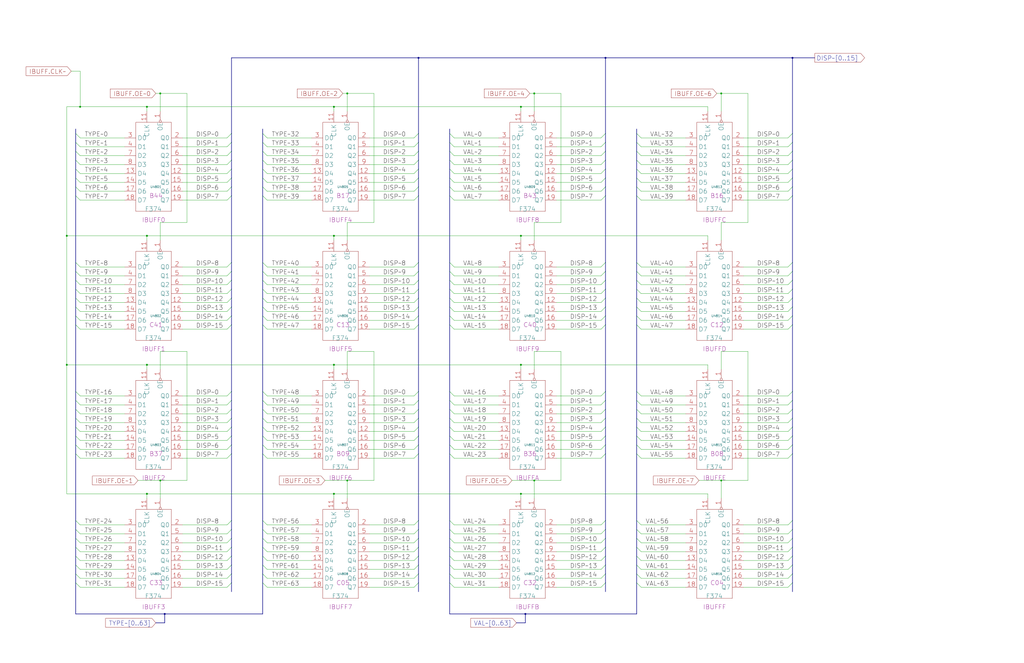
<source format=kicad_sch>
(kicad_sch (version 20221004) (generator eeschema)
  (paper "User" 584.2 378.46)
  (title_block (title "INSTRUCTION BUFFER") (date "22-MAY-90") (rev "1.0") (comment 1 "SEQUENCER") (comment 2 "232-003064") (comment 3 "S400") (comment 4 "RELEASED"))
  (junction (at 45.72 60.96))
  (junction (at 190.5 208.28))
  (junction (at 91.44 53.34))
  (junction (at 297.18 134.62))
  (junction (at 411.48 53.34))
  (junction (at 345.44 33.02))
  (junction (at 190.5 281.94))
  (junction (at 452.12 33.02))
  (junction (at 83.82 60.96))
  (junction (at 83.82 208.28))
  (junction (at 297.18 60.96))
  (junction (at 238.76 33.02))
  (junction (at 83.82 281.94))
  (junction (at 38.1 134.62))
  (junction (at 198.12 53.34))
  (junction (at 190.5 134.62))
  (junction (at 411.48 274.32))
  (junction (at 297.18 208.28))
  (junction (at 38.1 208.28))
  (junction (at 198.12 274.32))
  (junction (at 297.18 281.94))
  (junction (at 83.82 134.62))
  (junction (at 304.8 274.32))
  (junction (at 91.44 274.32))
  (junction (at 93.98 350.52))
  (junction (at 299.72 350.52))
  (junction (at 304.8 53.34))
  (junction (at 190.5 60.96))
  (bus_entry (at 149.86 91.44) (size 2.54 2.54))
  (bus_entry (at 452.12 322.58) (size -2.54 2.54))
  (bus_entry (at 238.76 111.76) (size -2.54 2.54))
  (bus_entry (at 363.22 259.08) (size 2.54 2.54))
  (bus_entry (at 238.76 165.1) (size -2.54 2.54))
  (bus_entry (at 345.44 91.44) (size -2.54 2.54))
  (bus_entry (at 452.12 259.08) (size -2.54 2.54))
  (bus_entry (at 363.22 81.28) (size 2.54 2.54))
  (bus_entry (at 132.08 223.52) (size -2.54 2.54))
  (bus_entry (at 132.08 165.1) (size -2.54 2.54))
  (bus_entry (at 345.44 312.42) (size -2.54 2.54))
  (bus_entry (at 149.86 160.02) (size 2.54 2.54))
  (bus_entry (at 149.86 154.94) (size 2.54 2.54))
  (bus_entry (at 149.86 106.68) (size 2.54 2.54))
  (bus_entry (at 452.12 96.52) (size -2.54 2.54))
  (bus_entry (at 43.18 185.42) (size 2.54 2.54))
  (bus_entry (at 149.86 170.18) (size 2.54 2.54))
  (bus_entry (at 256.54 160.02) (size 2.54 2.54))
  (bus_entry (at 132.08 327.66) (size -2.54 2.54))
  (bus_entry (at 132.08 160.02) (size -2.54 2.54))
  (bus_entry (at 43.18 327.66) (size 2.54 2.54))
  (bus_entry (at 452.12 91.44) (size -2.54 2.54))
  (bus_entry (at 363.22 91.44) (size 2.54 2.54))
  (bus_entry (at 43.18 317.5) (size 2.54 2.54))
  (bus_entry (at 132.08 81.28) (size -2.54 2.54))
  (bus_entry (at 452.12 160.02) (size -2.54 2.54))
  (bus_entry (at 132.08 101.6) (size -2.54 2.54))
  (bus_entry (at 363.22 248.92) (size 2.54 2.54))
  (bus_entry (at 149.86 111.76) (size 2.54 2.54))
  (bus_entry (at 149.86 81.28) (size 2.54 2.54))
  (bus_entry (at 132.08 185.42) (size -2.54 2.54))
  (bus_entry (at 345.44 96.52) (size -2.54 2.54))
  (bus_entry (at 238.76 175.26) (size -2.54 2.54))
  (bus_entry (at 452.12 165.1) (size -2.54 2.54))
  (bus_entry (at 363.22 154.94) (size 2.54 2.54))
  (bus_entry (at 132.08 106.68) (size -2.54 2.54))
  (bus_entry (at 256.54 307.34) (size 2.54 2.54))
  (bus_entry (at 345.44 228.6) (size -2.54 2.54))
  (bus_entry (at 43.18 248.92) (size 2.54 2.54))
  (bus_entry (at 452.12 327.66) (size -2.54 2.54))
  (bus_entry (at 256.54 185.42) (size 2.54 2.54))
  (bus_entry (at 132.08 297.18) (size -2.54 2.54))
  (bus_entry (at 363.22 86.36) (size 2.54 2.54))
  (bus_entry (at 149.86 96.52) (size 2.54 2.54))
  (bus_entry (at 452.12 238.76) (size -2.54 2.54))
  (bus_entry (at 256.54 106.68) (size 2.54 2.54))
  (bus_entry (at 238.76 101.6) (size -2.54 2.54))
  (bus_entry (at 149.86 228.6) (size 2.54 2.54))
  (bus_entry (at 345.44 223.52) (size -2.54 2.54))
  (bus_entry (at 43.18 76.2) (size 2.54 2.54))
  (bus_entry (at 363.22 180.34) (size 2.54 2.54))
  (bus_entry (at 149.86 254) (size 2.54 2.54))
  (bus_entry (at 149.86 307.34) (size 2.54 2.54))
  (bus_entry (at 256.54 170.18) (size 2.54 2.54))
  (bus_entry (at 238.76 254) (size -2.54 2.54))
  (bus_entry (at 149.86 149.86) (size 2.54 2.54))
  (bus_entry (at 345.44 86.36) (size -2.54 2.54))
  (bus_entry (at 149.86 180.34) (size 2.54 2.54))
  (bus_entry (at 363.22 307.34) (size 2.54 2.54))
  (bus_entry (at 345.44 175.26) (size -2.54 2.54))
  (bus_entry (at 256.54 223.52) (size 2.54 2.54))
  (bus_entry (at 363.22 170.18) (size 2.54 2.54))
  (bus_entry (at 238.76 76.2) (size -2.54 2.54))
  (bus_entry (at 238.76 243.84) (size -2.54 2.54))
  (bus_entry (at 149.86 233.68) (size 2.54 2.54))
  (bus_entry (at 452.12 101.6) (size -2.54 2.54))
  (bus_entry (at 43.18 254) (size 2.54 2.54))
  (bus_entry (at 43.18 180.34) (size 2.54 2.54))
  (bus_entry (at 43.18 297.18) (size 2.54 2.54))
  (bus_entry (at 256.54 175.26) (size 2.54 2.54))
  (bus_entry (at 132.08 317.5) (size -2.54 2.54))
  (bus_entry (at 43.18 149.86) (size 2.54 2.54))
  (bus_entry (at 363.22 332.74) (size 2.54 2.54))
  (bus_entry (at 452.12 170.18) (size -2.54 2.54))
  (bus_entry (at 256.54 327.66) (size 2.54 2.54))
  (bus_entry (at 256.54 317.5) (size 2.54 2.54))
  (bus_entry (at 256.54 243.84) (size 2.54 2.54))
  (bus_entry (at 149.86 165.1) (size 2.54 2.54))
  (bus_entry (at 132.08 233.68) (size -2.54 2.54))
  (bus_entry (at 345.44 317.5) (size -2.54 2.54))
  (bus_entry (at 256.54 233.68) (size 2.54 2.54))
  (bus_entry (at 132.08 307.34) (size -2.54 2.54))
  (bus_entry (at 43.18 243.84) (size 2.54 2.54))
  (bus_entry (at 132.08 111.76) (size -2.54 2.54))
  (bus_entry (at 345.44 302.26) (size -2.54 2.54))
  (bus_entry (at 452.12 86.36) (size -2.54 2.54))
  (bus_entry (at 238.76 154.94) (size -2.54 2.54))
  (bus_entry (at 256.54 332.74) (size 2.54 2.54))
  (bus_entry (at 256.54 180.34) (size 2.54 2.54))
  (bus_entry (at 238.76 223.52) (size -2.54 2.54))
  (bus_entry (at 452.12 228.6) (size -2.54 2.54))
  (bus_entry (at 238.76 180.34) (size -2.54 2.54))
  (bus_entry (at 345.44 297.18) (size -2.54 2.54))
  (bus_entry (at 363.22 223.52) (size 2.54 2.54))
  (bus_entry (at 256.54 101.6) (size 2.54 2.54))
  (bus_entry (at 43.18 238.76) (size 2.54 2.54))
  (bus_entry (at 43.18 165.1) (size 2.54 2.54))
  (bus_entry (at 132.08 243.84) (size -2.54 2.54))
  (bus_entry (at 452.12 317.5) (size -2.54 2.54))
  (bus_entry (at 132.08 332.74) (size -2.54 2.54))
  (bus_entry (at 238.76 96.52) (size -2.54 2.54))
  (bus_entry (at 452.12 180.34) (size -2.54 2.54))
  (bus_entry (at 345.44 248.92) (size -2.54 2.54))
  (bus_entry (at 132.08 259.08) (size -2.54 2.54))
  (bus_entry (at 256.54 322.58) (size 2.54 2.54))
  (bus_entry (at 43.18 312.42) (size 2.54 2.54))
  (bus_entry (at 238.76 149.86) (size -2.54 2.54))
  (bus_entry (at 238.76 297.18) (size -2.54 2.54))
  (bus_entry (at 452.12 223.52) (size -2.54 2.54))
  (bus_entry (at 452.12 106.68) (size -2.54 2.54))
  (bus_entry (at 345.44 149.86) (size -2.54 2.54))
  (bus_entry (at 363.22 76.2) (size 2.54 2.54))
  (bus_entry (at 452.12 76.2) (size -2.54 2.54))
  (bus_entry (at 256.54 248.92) (size 2.54 2.54))
  (bus_entry (at 149.86 259.08) (size 2.54 2.54))
  (bus_entry (at 43.18 223.52) (size 2.54 2.54))
  (bus_entry (at 452.12 254) (size -2.54 2.54))
  (bus_entry (at 132.08 96.52) (size -2.54 2.54))
  (bus_entry (at 256.54 91.44) (size 2.54 2.54))
  (bus_entry (at 363.22 160.02) (size 2.54 2.54))
  (bus_entry (at 452.12 149.86) (size -2.54 2.54))
  (bus_entry (at 363.22 175.26) (size 2.54 2.54))
  (bus_entry (at 256.54 238.76) (size 2.54 2.54))
  (bus_entry (at 238.76 302.26) (size -2.54 2.54))
  (bus_entry (at 43.18 91.44) (size 2.54 2.54))
  (bus_entry (at 149.86 243.84) (size 2.54 2.54))
  (bus_entry (at 149.86 302.26) (size 2.54 2.54))
  (bus_entry (at 345.44 160.02) (size -2.54 2.54))
  (bus_entry (at 132.08 228.6) (size -2.54 2.54))
  (bus_entry (at 149.86 322.58) (size 2.54 2.54))
  (bus_entry (at 345.44 76.2) (size -2.54 2.54))
  (bus_entry (at 43.18 154.94) (size 2.54 2.54))
  (bus_entry (at 43.18 322.58) (size 2.54 2.54))
  (bus_entry (at 363.22 322.58) (size 2.54 2.54))
  (bus_entry (at 132.08 302.26) (size -2.54 2.54))
  (bus_entry (at 256.54 312.42) (size 2.54 2.54))
  (bus_entry (at 345.44 322.58) (size -2.54 2.54))
  (bus_entry (at 345.44 101.6) (size -2.54 2.54))
  (bus_entry (at 238.76 322.58) (size -2.54 2.54))
  (bus_entry (at 452.12 297.18) (size -2.54 2.54))
  (bus_entry (at 452.12 233.68) (size -2.54 2.54))
  (bus_entry (at 452.12 154.94) (size -2.54 2.54))
  (bus_entry (at 345.44 332.74) (size -2.54 2.54))
  (bus_entry (at 132.08 170.18) (size -2.54 2.54))
  (bus_entry (at 345.44 154.94) (size -2.54 2.54))
  (bus_entry (at 238.76 91.44) (size -2.54 2.54))
  (bus_entry (at 43.18 81.28) (size 2.54 2.54))
  (bus_entry (at 452.12 175.26) (size -2.54 2.54))
  (bus_entry (at 345.44 327.66) (size -2.54 2.54))
  (bus_entry (at 452.12 312.42) (size -2.54 2.54))
  (bus_entry (at 256.54 76.2) (size 2.54 2.54))
  (bus_entry (at 149.86 238.76) (size 2.54 2.54))
  (bus_entry (at 238.76 228.6) (size -2.54 2.54))
  (bus_entry (at 452.12 243.84) (size -2.54 2.54))
  (bus_entry (at 132.08 149.86) (size -2.54 2.54))
  (bus_entry (at 43.18 111.76) (size 2.54 2.54))
  (bus_entry (at 149.86 86.36) (size 2.54 2.54))
  (bus_entry (at 256.54 96.52) (size 2.54 2.54))
  (bus_entry (at 132.08 312.42) (size -2.54 2.54))
  (bus_entry (at 238.76 327.66) (size -2.54 2.54))
  (bus_entry (at 149.86 312.42) (size 2.54 2.54))
  (bus_entry (at 149.86 332.74) (size 2.54 2.54))
  (bus_entry (at 363.22 96.52) (size 2.54 2.54))
  (bus_entry (at 43.18 86.36) (size 2.54 2.54))
  (bus_entry (at 43.18 101.6) (size 2.54 2.54))
  (bus_entry (at 363.22 238.76) (size 2.54 2.54))
  (bus_entry (at 345.44 170.18) (size -2.54 2.54))
  (bus_entry (at 132.08 180.34) (size -2.54 2.54))
  (bus_entry (at 238.76 170.18) (size -2.54 2.54))
  (bus_entry (at 345.44 233.68) (size -2.54 2.54))
  (bus_entry (at 363.22 243.84) (size 2.54 2.54))
  (bus_entry (at 149.86 223.52) (size 2.54 2.54))
  (bus_entry (at 345.44 254) (size -2.54 2.54))
  (bus_entry (at 345.44 165.1) (size -2.54 2.54))
  (bus_entry (at 149.86 327.66) (size 2.54 2.54))
  (bus_entry (at 132.08 154.94) (size -2.54 2.54))
  (bus_entry (at 363.22 165.1) (size 2.54 2.54))
  (bus_entry (at 43.18 96.52) (size 2.54 2.54))
  (bus_entry (at 43.18 233.68) (size 2.54 2.54))
  (bus_entry (at 238.76 332.74) (size -2.54 2.54))
  (bus_entry (at 43.18 228.6) (size 2.54 2.54))
  (bus_entry (at 43.18 307.34) (size 2.54 2.54))
  (bus_entry (at 149.86 317.5) (size 2.54 2.54))
  (bus_entry (at 256.54 302.26) (size 2.54 2.54))
  (bus_entry (at 132.08 238.76) (size -2.54 2.54))
  (bus_entry (at 256.54 228.6) (size 2.54 2.54))
  (bus_entry (at 238.76 259.08) (size -2.54 2.54))
  (bus_entry (at 43.18 332.74) (size 2.54 2.54))
  (bus_entry (at 149.86 297.18) (size 2.54 2.54))
  (bus_entry (at 345.44 185.42) (size -2.54 2.54))
  (bus_entry (at 452.12 302.26) (size -2.54 2.54))
  (bus_entry (at 363.22 297.18) (size 2.54 2.54))
  (bus_entry (at 452.12 248.92) (size -2.54 2.54))
  (bus_entry (at 132.08 254) (size -2.54 2.54))
  (bus_entry (at 132.08 86.36) (size -2.54 2.54))
  (bus_entry (at 345.44 243.84) (size -2.54 2.54))
  (bus_entry (at 345.44 259.08) (size -2.54 2.54))
  (bus_entry (at 132.08 248.92) (size -2.54 2.54))
  (bus_entry (at 363.22 302.26) (size 2.54 2.54))
  (bus_entry (at 238.76 317.5) (size -2.54 2.54))
  (bus_entry (at 256.54 165.1) (size 2.54 2.54))
  (bus_entry (at 452.12 332.74) (size -2.54 2.54))
  (bus_entry (at 452.12 111.76) (size -2.54 2.54))
  (bus_entry (at 43.18 160.02) (size 2.54 2.54))
  (bus_entry (at 238.76 106.68) (size -2.54 2.54))
  (bus_entry (at 238.76 248.92) (size -2.54 2.54))
  (bus_entry (at 238.76 233.68) (size -2.54 2.54))
  (bus_entry (at 345.44 111.76) (size -2.54 2.54))
  (bus_entry (at 256.54 86.36) (size 2.54 2.54))
  (bus_entry (at 256.54 259.08) (size 2.54 2.54))
  (bus_entry (at 256.54 111.76) (size 2.54 2.54))
  (bus_entry (at 149.86 175.26) (size 2.54 2.54))
  (bus_entry (at 132.08 322.58) (size -2.54 2.54))
  (bus_entry (at 345.44 238.76) (size -2.54 2.54))
  (bus_entry (at 363.22 312.42) (size 2.54 2.54))
  (bus_entry (at 43.18 170.18) (size 2.54 2.54))
  (bus_entry (at 43.18 259.08) (size 2.54 2.54))
  (bus_entry (at 238.76 81.28) (size -2.54 2.54))
  (bus_entry (at 363.22 254) (size 2.54 2.54))
  (bus_entry (at 363.22 233.68) (size 2.54 2.54))
  (bus_entry (at 238.76 185.42) (size -2.54 2.54))
  (bus_entry (at 452.12 81.28) (size -2.54 2.54))
  (bus_entry (at 363.22 228.6) (size 2.54 2.54))
  (bus_entry (at 149.86 76.2) (size 2.54 2.54))
  (bus_entry (at 256.54 81.28) (size 2.54 2.54))
  (bus_entry (at 132.08 91.44) (size -2.54 2.54))
  (bus_entry (at 132.08 175.26) (size -2.54 2.54))
  (bus_entry (at 149.86 185.42) (size 2.54 2.54))
  (bus_entry (at 238.76 86.36) (size -2.54 2.54))
  (bus_entry (at 43.18 302.26) (size 2.54 2.54))
  (bus_entry (at 256.54 254) (size 2.54 2.54))
  (bus_entry (at 363.22 101.6) (size 2.54 2.54))
  (bus_entry (at 43.18 106.68) (size 2.54 2.54))
  (bus_entry (at 43.18 175.26) (size 2.54 2.54))
  (bus_entry (at 363.22 317.5) (size 2.54 2.54))
  (bus_entry (at 363.22 106.68) (size 2.54 2.54))
  (bus_entry (at 363.22 111.76) (size 2.54 2.54))
  (bus_entry (at 345.44 307.34) (size -2.54 2.54))
  (bus_entry (at 452.12 185.42) (size -2.54 2.54))
  (bus_entry (at 363.22 327.66) (size 2.54 2.54))
  (bus_entry (at 238.76 312.42) (size -2.54 2.54))
  (bus_entry (at 238.76 160.02) (size -2.54 2.54))
  (bus_entry (at 238.76 307.34) (size -2.54 2.54))
  (bus_entry (at 238.76 238.76) (size -2.54 2.54))
  (bus_entry (at 345.44 81.28) (size -2.54 2.54))
  (bus_entry (at 256.54 297.18) (size 2.54 2.54))
  (bus_entry (at 256.54 154.94) (size 2.54 2.54))
  (bus_entry (at 132.08 76.2) (size -2.54 2.54))
  (bus_entry (at 149.86 248.92) (size 2.54 2.54))
  (bus_entry (at 363.22 149.86) (size 2.54 2.54))
  (bus_entry (at 363.22 185.42) (size 2.54 2.54))
  (bus_entry (at 256.54 149.86) (size 2.54 2.54))
  (bus_entry (at 345.44 106.68) (size -2.54 2.54))
  (bus_entry (at 149.86 101.6) (size 2.54 2.54))
  (bus_entry (at 345.44 180.34) (size -2.54 2.54))
  (bus_entry (at 452.12 307.34) (size -2.54 2.54))
  (wire (pts (xy 152.4 157.48) (xy 177.8 157.48)))
  (bus (pts (xy 132.08 302.26) (xy 132.08 307.34)))
  (wire (pts (xy 259.08 299.72) (xy 284.48 299.72)))
  (bus (pts (xy 238.76 165.1) (xy 238.76 170.18)))
  (bus (pts (xy 238.76 170.18) (xy 238.76 175.26)))
  (wire (pts (xy 210.82 335.28) (xy 236.22 335.28)))
  (wire (pts (xy 210.82 109.22) (xy 236.22 109.22)))
  (bus (pts (xy 132.08 307.34) (xy 132.08 312.42)))
  (bus (pts (xy 238.76 223.52) (xy 238.76 228.6)))
  (bus (pts (xy 132.08 185.42) (xy 132.08 223.52)))
  (bus (pts (xy 256.54 223.52) (xy 256.54 228.6)))
  (bus (pts (xy 345.44 332.74) (xy 345.44 337.82)))
  (wire (pts (xy 424.18 172.72) (xy 449.58 172.72)))
  (bus (pts (xy 238.76 322.58) (xy 238.76 327.66)))
  (bus (pts (xy 43.18 165.1) (xy 43.18 170.18)))
  (wire (pts (xy 45.72 83.82) (xy 71.12 83.82)))
  (bus (pts (xy 452.12 317.5) (xy 452.12 322.58)))
  (wire (pts (xy 152.4 93.98) (xy 177.8 93.98)))
  (bus (pts (xy 452.12 322.58) (xy 452.12 327.66)))
  (wire (pts (xy 411.48 284.48) (xy 411.48 274.32)))
  (bus (pts (xy 363.22 175.26) (xy 363.22 180.34)))
  (bus (pts (xy 345.44 307.34) (xy 345.44 312.42)))
  (wire (pts (xy 365.76 177.8) (xy 391.16 177.8)))
  (wire (pts (xy 210.82 162.56) (xy 236.22 162.56)))
  (bus (pts (xy 43.18 297.18) (xy 43.18 302.26)))
  (wire (pts (xy 259.08 152.4) (xy 284.48 152.4)))
  (wire (pts (xy 190.5 281.94) (xy 190.5 284.48)))
  (bus (pts (xy 452.12 332.74) (xy 452.12 337.82)))
  (wire (pts (xy 45.72 114.3) (xy 71.12 114.3)))
  (wire (pts (xy 152.4 335.28) (xy 177.8 335.28)))
  (bus (pts (xy 43.18 317.5) (xy 43.18 322.58)))
  (wire (pts (xy 424.18 83.82) (xy 449.58 83.82)))
  (bus (pts (xy 238.76 91.44) (xy 238.76 96.52)))
  (wire (pts (xy 45.72 330.2) (xy 71.12 330.2)))
  (bus (pts (xy 345.44 243.84) (xy 345.44 248.92)))
  (bus (pts (xy 363.22 76.2) (xy 363.22 81.28)))
  (bus (pts (xy 256.54 91.44) (xy 256.54 96.52)))
  (wire (pts (xy 104.14 93.98) (xy 129.54 93.98)))
  (wire (pts (xy 424.18 177.8) (xy 449.58 177.8)))
  (wire (pts (xy 365.76 330.2) (xy 391.16 330.2)))
  (wire (pts (xy 104.14 88.9) (xy 129.54 88.9)))
  (wire (pts (xy 210.82 236.22) (xy 236.22 236.22)))
  (wire (pts (xy 259.08 109.22) (xy 284.48 109.22)))
  (wire (pts (xy 45.72 314.96) (xy 71.12 314.96)))
  (wire (pts (xy 38.1 134.62) (xy 38.1 60.96)))
  (wire (pts (xy 304.8 137.16) (xy 304.8 127)))
  (wire (pts (xy 317.5 104.14) (xy 342.9 104.14)))
  (bus (pts (xy 149.86 180.34) (xy 149.86 185.42)))
  (bus (pts (xy 238.76 254) (xy 238.76 259.08)))
  (wire (pts (xy 104.14 261.62) (xy 129.54 261.62)))
  (wire (pts (xy 83.82 60.96) (xy 83.82 63.5)))
  (wire (pts (xy 424.18 246.38) (xy 449.58 246.38)))
  (wire (pts (xy 297.18 281.94) (xy 297.18 284.48)))
  (wire (pts (xy 424.18 162.56) (xy 449.58 162.56)))
  (wire (pts (xy 45.72 40.64) (xy 45.72 60.96)))
  (wire (pts (xy 190.5 208.28) (xy 190.5 210.82)))
  (wire (pts (xy 38.1 281.94) (xy 38.1 208.28)))
  (bus (pts (xy 43.18 302.26) (xy 43.18 307.34)))
  (wire (pts (xy 104.14 251.46) (xy 129.54 251.46)))
  (wire (pts (xy 45.72 226.06) (xy 71.12 226.06)))
  (bus (pts (xy 363.22 91.44) (xy 363.22 96.52)))
  (bus (pts (xy 132.08 106.68) (xy 132.08 111.76)))
  (wire (pts (xy 195.58 53.34) (xy 198.12 53.34)))
  (wire (pts (xy 403.86 134.62) (xy 297.18 134.62)))
  (bus (pts (xy 43.18 86.36) (xy 43.18 91.44)))
  (bus (pts (xy 149.86 185.42) (xy 149.86 223.52)))
  (wire (pts (xy 365.76 320.04) (xy 391.16 320.04)))
  (wire (pts (xy 91.44 137.16) (xy 91.44 127)))
  (bus (pts (xy 149.86 175.26) (xy 149.86 180.34)))
  (bus (pts (xy 345.44 96.52) (xy 345.44 101.6)))
  (wire (pts (xy 152.4 114.3) (xy 177.8 114.3)))
  (bus (pts (xy 132.08 233.68) (xy 132.08 238.76)))
  (bus (pts (xy 238.76 233.68) (xy 238.76 238.76)))
  (wire (pts (xy 45.72 104.14) (xy 71.12 104.14)))
  (wire (pts (xy 104.14 241.3) (xy 129.54 241.3)))
  (bus (pts (xy 43.18 160.02) (xy 43.18 165.1)))
  (wire (pts (xy 104.14 187.96) (xy 129.54 187.96)))
  (wire (pts (xy 320.04 274.32) (xy 320.04 200.66)))
  (wire (pts (xy 104.14 231.14) (xy 129.54 231.14)))
  (wire (pts (xy 424.18 256.54) (xy 449.58 256.54)))
  (wire (pts (xy 403.86 284.48) (xy 403.86 281.94)))
  (bus (pts (xy 256.54 297.18) (xy 256.54 302.26)))
  (wire (pts (xy 317.5 325.12) (xy 342.9 325.12)))
  (wire (pts (xy 210.82 88.9) (xy 236.22 88.9)))
  (wire (pts (xy 40.64 40.64) (xy 45.72 40.64)))
  (wire (pts (xy 104.14 167.64) (xy 129.54 167.64)))
  (bus (pts (xy 452.12 248.92) (xy 452.12 254)))
  (bus (pts (xy 238.76 154.94) (xy 238.76 160.02)))
  (wire (pts (xy 302.26 53.34) (xy 304.8 53.34)))
  (bus (pts (xy 345.44 317.5) (xy 345.44 322.58)))
  (bus (pts (xy 132.08 254) (xy 132.08 259.08)))
  (bus (pts (xy 238.76 312.42) (xy 238.76 317.5)))
  (bus (pts (xy 43.18 254) (xy 43.18 259.08)))
  (wire (pts (xy 297.18 208.28) (xy 190.5 208.28)))
  (wire (pts (xy 317.5 157.48) (xy 342.9 157.48)))
  (bus (pts (xy 363.22 106.68) (xy 363.22 111.76)))
  (wire (pts (xy 317.5 226.06) (xy 342.9 226.06)))
  (bus (pts (xy 452.12 228.6) (xy 452.12 233.68)))
  (bus (pts (xy 452.12 180.34) (xy 452.12 185.42)))
  (wire (pts (xy 317.5 231.14) (xy 342.9 231.14)))
  (bus (pts (xy 132.08 170.18) (xy 132.08 175.26)))
  (bus (pts (xy 149.86 223.52) (xy 149.86 228.6)))
  (bus (pts (xy 132.08 86.36) (xy 132.08 91.44)))
  (bus (pts (xy 256.54 233.68) (xy 256.54 238.76)))
  (bus (pts (xy 238.76 81.28) (xy 238.76 86.36)))
  (bus (pts (xy 256.54 160.02) (xy 256.54 165.1)))
  (bus (pts (xy 238.76 149.86) (xy 238.76 154.94)))
  (bus (pts (xy 345.44 154.94) (xy 345.44 160.02)))
  (bus (pts (xy 149.86 248.92) (xy 149.86 254)))
  (bus (pts (xy 345.44 238.76) (xy 345.44 243.84)))
  (bus (pts (xy 452.12 91.44) (xy 452.12 96.52)))
  (wire (pts (xy 317.5 309.88) (xy 342.9 309.88)))
  (bus (pts (xy 132.08 33.02) (xy 238.76 33.02)))
  (bus (pts (xy 363.22 302.26) (xy 363.22 307.34)))
  (bus (pts (xy 43.18 175.26) (xy 43.18 180.34)))
  (wire (pts (xy 259.08 172.72) (xy 284.48 172.72)))
  (wire (pts (xy 259.08 261.62) (xy 284.48 261.62)))
  (bus (pts (xy 149.86 160.02) (xy 149.86 165.1)))
  (bus (pts (xy 345.44 86.36) (xy 345.44 91.44)))
  (bus (pts (xy 363.22 233.68) (xy 363.22 238.76)))
  (wire (pts (xy 198.12 274.32) (xy 213.36 274.32)))
  (bus (pts (xy 452.12 254) (xy 452.12 259.08)))
  (bus (pts (xy 149.86 228.6) (xy 149.86 233.68)))
  (wire (pts (xy 210.82 251.46) (xy 236.22 251.46)))
  (wire (pts (xy 210.82 182.88) (xy 236.22 182.88)))
  (wire (pts (xy 424.18 88.9) (xy 449.58 88.9)))
  (wire (pts (xy 198.12 137.16) (xy 198.12 127)))
  (wire (pts (xy 83.82 281.94) (xy 83.82 284.48)))
  (bus (pts (xy 256.54 81.28) (xy 256.54 86.36)))
  (bus (pts (xy 363.22 73.66) (xy 363.22 76.2)))
  (wire (pts (xy 210.82 261.62) (xy 236.22 261.62)))
  (wire (pts (xy 45.72 109.22) (xy 71.12 109.22)))
  (wire (pts (xy 152.4 162.56) (xy 177.8 162.56)))
  (bus (pts (xy 43.18 327.66) (xy 43.18 332.74)))
  (wire (pts (xy 424.18 320.04) (xy 449.58 320.04)))
  (wire (pts (xy 210.82 114.3) (xy 236.22 114.3)))
  (bus (pts (xy 363.22 154.94) (xy 363.22 160.02)))
  (wire (pts (xy 365.76 114.3) (xy 391.16 114.3)))
  (wire (pts (xy 45.72 241.3) (xy 71.12 241.3)))
  (bus (pts (xy 132.08 33.02) (xy 132.08 76.2)))
  (bus (pts (xy 452.12 154.94) (xy 452.12 160.02)))
  (bus (pts (xy 452.12 106.68) (xy 452.12 111.76)))
  (bus (pts (xy 149.86 243.84) (xy 149.86 248.92)))
  (wire (pts (xy 104.14 309.88) (xy 129.54 309.88)))
  (wire (pts (xy 83.82 281.94) (xy 38.1 281.94)))
  (wire (pts (xy 210.82 226.06) (xy 236.22 226.06)))
  (wire (pts (xy 426.72 200.66) (xy 411.48 200.66)))
  (bus (pts (xy 294.64 355.6) (xy 299.72 355.6)))
  (bus (pts (xy 345.44 165.1) (xy 345.44 170.18)))
  (bus (pts (xy 132.08 322.58) (xy 132.08 327.66)))
  (bus (pts (xy 43.18 96.52) (xy 43.18 101.6)))
  (wire (pts (xy 104.14 109.22) (xy 129.54 109.22)))
  (bus (pts (xy 149.86 307.34) (xy 149.86 312.42)))
  (bus (pts (xy 149.86 81.28) (xy 149.86 86.36)))
  (bus (pts (xy 238.76 180.34) (xy 238.76 185.42)))
  (wire (pts (xy 320.04 127) (xy 320.04 53.34)))
  (wire (pts (xy 304.8 200.66) (xy 304.8 210.82)))
  (wire (pts (xy 45.72 187.96) (xy 71.12 187.96)))
  (wire (pts (xy 365.76 167.64) (xy 391.16 167.64)))
  (wire (pts (xy 152.4 104.14) (xy 177.8 104.14)))
  (wire (pts (xy 365.76 299.72) (xy 391.16 299.72)))
  (bus (pts (xy 363.22 149.86) (xy 363.22 154.94)))
  (bus (pts (xy 452.12 33.02) (xy 452.12 76.2)))
  (wire (pts (xy 198.12 53.34) (xy 198.12 63.5)))
  (bus (pts (xy 256.54 106.68) (xy 256.54 111.76)))
  (bus (pts (xy 256.54 317.5) (xy 256.54 322.58)))
  (wire (pts (xy 38.1 208.28) (xy 38.1 134.62)))
  (wire (pts (xy 292.1 274.32) (xy 304.8 274.32)))
  (bus (pts (xy 149.86 322.58) (xy 149.86 327.66)))
  (wire (pts (xy 45.72 88.9) (xy 71.12 88.9)))
  (bus (pts (xy 256.54 101.6) (xy 256.54 106.68)))
  (bus (pts (xy 149.86 96.52) (xy 149.86 101.6)))
  (bus (pts (xy 452.12 149.86) (xy 452.12 154.94)))
  (bus (pts (xy 363.22 180.34) (xy 363.22 185.42)))
  (wire (pts (xy 45.72 152.4) (xy 71.12 152.4)))
  (wire (pts (xy 45.72 261.62) (xy 71.12 261.62)))
  (wire (pts (xy 297.18 60.96) (xy 190.5 60.96)))
  (wire (pts (xy 317.5 320.04) (xy 342.9 320.04)))
  (bus (pts (xy 256.54 243.84) (xy 256.54 248.92)))
  (bus (pts (xy 93.98 355.6) (xy 93.98 350.52)))
  (wire (pts (xy 190.5 60.96) (xy 190.5 63.5)))
  (wire (pts (xy 304.8 127) (xy 320.04 127)))
  (bus (pts (xy 238.76 297.18) (xy 238.76 302.26)))
  (bus (pts (xy 452.12 297.18) (xy 452.12 302.26)))
  (bus (pts (xy 345.44 233.68) (xy 345.44 238.76)))
  (bus (pts (xy 363.22 312.42) (xy 363.22 317.5)))
  (wire (pts (xy 403.86 210.82) (xy 403.86 208.28)))
  (bus (pts (xy 132.08 228.6) (xy 132.08 233.68)))
  (wire (pts (xy 365.76 187.96) (xy 391.16 187.96)))
  (wire (pts (xy 424.18 187.96) (xy 449.58 187.96)))
  (bus (pts (xy 345.44 106.68) (xy 345.44 111.76)))
  (bus (pts (xy 256.54 307.34) (xy 256.54 312.42)))
  (wire (pts (xy 210.82 177.8) (xy 236.22 177.8)))
  (wire (pts (xy 152.4 304.8) (xy 177.8 304.8)))
  (wire (pts (xy 259.08 304.8) (xy 284.48 304.8)))
  (bus (pts (xy 238.76 302.26) (xy 238.76 307.34)))
  (wire (pts (xy 365.76 261.62) (xy 391.16 261.62)))
  (bus (pts (xy 345.44 254) (xy 345.44 259.08)))
  (wire (pts (xy 91.44 53.34) (xy 91.44 63.5)))
  (wire (pts (xy 317.5 109.22) (xy 342.9 109.22)))
  (wire (pts (xy 411.48 53.34) (xy 411.48 63.5)))
  (bus (pts (xy 238.76 317.5) (xy 238.76 322.58)))
  (wire (pts (xy 152.4 88.9) (xy 177.8 88.9)))
  (bus (pts (xy 452.12 233.68) (xy 452.12 238.76)))
  (bus (pts (xy 345.44 223.52) (xy 345.44 228.6)))
  (wire (pts (xy 317.5 177.8) (xy 342.9 177.8)))
  (bus (pts (xy 132.08 238.76) (xy 132.08 243.84)))
  (bus (pts (xy 345.44 297.18) (xy 345.44 302.26)))
  (wire (pts (xy 45.72 182.88) (xy 71.12 182.88)))
  (bus (pts (xy 363.22 327.66) (xy 363.22 332.74)))
  (wire (pts (xy 152.4 99.06) (xy 177.8 99.06)))
  (wire (pts (xy 152.4 83.82) (xy 177.8 83.82)))
  (bus (pts (xy 238.76 101.6) (xy 238.76 106.68)))
  (bus (pts (xy 256.54 185.42) (xy 256.54 223.52)))
  (bus (pts (xy 238.76 243.84) (xy 238.76 248.92)))
  (wire (pts (xy 365.76 236.22) (xy 391.16 236.22)))
  (bus (pts (xy 149.86 86.36) (xy 149.86 91.44)))
  (bus (pts (xy 132.08 81.28) (xy 132.08 86.36)))
  (bus (pts (xy 132.08 180.34) (xy 132.08 185.42)))
  (wire (pts (xy 213.36 53.34) (xy 198.12 53.34)))
  (bus (pts (xy 256.54 165.1) (xy 256.54 170.18)))
  (bus (pts (xy 238.76 185.42) (xy 238.76 223.52)))
  (wire (pts (xy 210.82 309.88) (xy 236.22 309.88)))
  (bus (pts (xy 256.54 73.66) (xy 256.54 76.2)))
  (bus (pts (xy 132.08 175.26) (xy 132.08 180.34)))
  (wire (pts (xy 210.82 167.64) (xy 236.22 167.64)))
  (wire (pts (xy 45.72 99.06) (xy 71.12 99.06)))
  (wire (pts (xy 210.82 231.14) (xy 236.22 231.14)))
  (bus (pts (xy 363.22 81.28) (xy 363.22 86.36)))
  (bus (pts (xy 93.98 350.52) (xy 149.86 350.52)))
  (bus (pts (xy 132.08 111.76) (xy 132.08 149.86)))
  (wire (pts (xy 317.5 187.96) (xy 342.9 187.96)))
  (wire (pts (xy 424.18 152.4) (xy 449.58 152.4)))
  (wire (pts (xy 83.82 208.28) (xy 83.82 210.82)))
  (wire (pts (xy 45.72 251.46) (xy 71.12 251.46)))
  (wire (pts (xy 424.18 231.14) (xy 449.58 231.14)))
  (wire (pts (xy 408.94 53.34) (xy 411.48 53.34)))
  (bus (pts (xy 149.86 254) (xy 149.86 259.08)))
  (bus (pts (xy 149.86 111.76) (xy 149.86 149.86)))
  (bus (pts (xy 452.12 160.02) (xy 452.12 165.1)))
  (wire (pts (xy 424.18 241.3) (xy 449.58 241.3)))
  (bus (pts (xy 345.44 228.6) (xy 345.44 233.68)))
  (bus (pts (xy 132.08 312.42) (xy 132.08 317.5)))
  (wire (pts (xy 213.36 274.32) (xy 213.36 200.66)))
  (wire (pts (xy 210.82 325.12) (xy 236.22 325.12)))
  (wire (pts (xy 210.82 299.72) (xy 236.22 299.72)))
  (wire (pts (xy 104.14 246.38) (xy 129.54 246.38)))
  (wire (pts (xy 210.82 99.06) (xy 236.22 99.06)))
  (wire (pts (xy 259.08 246.38) (xy 284.48 246.38)))
  (wire (pts (xy 152.4 167.64) (xy 177.8 167.64)))
  (wire (pts (xy 424.18 299.72) (xy 449.58 299.72)))
  (wire (pts (xy 45.72 325.12) (xy 71.12 325.12)))
  (bus (pts (xy 238.76 160.02) (xy 238.76 165.1)))
  (wire (pts (xy 403.86 281.94) (xy 297.18 281.94)))
  (wire (pts (xy 424.18 157.48) (xy 449.58 157.48)))
  (wire (pts (xy 365.76 226.06) (xy 391.16 226.06)))
  (wire (pts (xy 365.76 251.46) (xy 391.16 251.46)))
  (bus (pts (xy 345.44 33.02) (xy 452.12 33.02)))
  (wire (pts (xy 198.12 284.48) (xy 198.12 274.32)))
  (bus (pts (xy 299.72 350.52) (xy 363.22 350.52)))
  (wire (pts (xy 365.76 172.72) (xy 391.16 172.72)))
  (wire (pts (xy 213.36 200.66) (xy 198.12 200.66)))
  (bus (pts (xy 345.44 33.02) (xy 345.44 76.2)))
  (wire (pts (xy 317.5 246.38) (xy 342.9 246.38)))
  (wire (pts (xy 210.82 187.96) (xy 236.22 187.96)))
  (wire (pts (xy 403.86 60.96) (xy 297.18 60.96)))
  (bus (pts (xy 149.86 302.26) (xy 149.86 307.34)))
  (bus (pts (xy 43.18 243.84) (xy 43.18 248.92)))
  (wire (pts (xy 210.82 256.54) (xy 236.22 256.54)))
  (wire (pts (xy 104.14 114.3) (xy 129.54 114.3)))
  (bus (pts (xy 299.72 355.6) (xy 299.72 350.52)))
  (wire (pts (xy 91.44 284.48) (xy 91.44 274.32)))
  (wire (pts (xy 38.1 60.96) (xy 45.72 60.96)))
  (wire (pts (xy 210.82 157.48) (xy 236.22 157.48)))
  (bus (pts (xy 345.44 248.92) (xy 345.44 254)))
  (bus (pts (xy 345.44 259.08) (xy 345.44 297.18)))
  (wire (pts (xy 152.4 78.74) (xy 177.8 78.74)))
  (bus (pts (xy 452.12 86.36) (xy 452.12 91.44)))
  (bus (pts (xy 363.22 165.1) (xy 363.22 170.18)))
  (wire (pts (xy 365.76 104.14) (xy 391.16 104.14)))
  (wire (pts (xy 317.5 330.2) (xy 342.9 330.2)))
  (bus (pts (xy 452.12 76.2) (xy 452.12 81.28)))
  (wire (pts (xy 317.5 167.64) (xy 342.9 167.64)))
  (wire (pts (xy 365.76 182.88) (xy 391.16 182.88)))
  (wire (pts (xy 104.14 226.06) (xy 129.54 226.06)))
  (wire (pts (xy 259.08 162.56) (xy 284.48 162.56)))
  (wire (pts (xy 210.82 104.14) (xy 236.22 104.14)))
  (bus (pts (xy 43.18 233.68) (xy 43.18 238.76)))
  (wire (pts (xy 424.18 314.96) (xy 449.58 314.96)))
  (wire (pts (xy 104.14 104.14) (xy 129.54 104.14)))
  (wire (pts (xy 152.4 330.2) (xy 177.8 330.2)))
  (wire (pts (xy 210.82 314.96) (xy 236.22 314.96)))
  (bus (pts (xy 345.44 111.76) (xy 345.44 149.86)))
  (wire (pts (xy 317.5 256.54) (xy 342.9 256.54)))
  (bus (pts (xy 149.86 170.18) (xy 149.86 175.26)))
  (wire (pts (xy 259.08 226.06) (xy 284.48 226.06)))
  (bus (pts (xy 43.18 73.66) (xy 43.18 76.2)))
  (bus (pts (xy 238.76 238.76) (xy 238.76 243.84)))
  (wire (pts (xy 152.4 152.4) (xy 177.8 152.4)))
  (wire (pts (xy 365.76 99.06) (xy 391.16 99.06)))
  (wire (pts (xy 424.18 114.3) (xy 449.58 114.3)))
  (bus (pts (xy 345.44 170.18) (xy 345.44 175.26)))
  (wire (pts (xy 210.82 93.98) (xy 236.22 93.98)))
  (bus (pts (xy 43.18 248.92) (xy 43.18 254)))
  (bus (pts (xy 452.12 312.42) (xy 452.12 317.5)))
  (wire (pts (xy 190.5 60.96) (xy 83.82 60.96)))
  (wire (pts (xy 91.44 127) (xy 106.68 127)))
  (bus (pts (xy 132.08 154.94) (xy 132.08 160.02)))
  (wire (pts (xy 424.18 104.14) (xy 449.58 104.14)))
  (wire (pts (xy 365.76 88.9) (xy 391.16 88.9)))
  (wire (pts (xy 317.5 335.28) (xy 342.9 335.28)))
  (bus (pts (xy 452.12 165.1) (xy 452.12 170.18)))
  (bus (pts (xy 43.18 111.76) (xy 43.18 149.86)))
  (bus (pts (xy 256.54 76.2) (xy 256.54 81.28)))
  (bus (pts (xy 149.86 312.42) (xy 149.86 317.5)))
  (wire (pts (xy 259.08 88.9) (xy 284.48 88.9)))
  (bus (pts (xy 256.54 154.94) (xy 256.54 160.02)))
  (wire (pts (xy 152.4 320.04) (xy 177.8 320.04)))
  (bus (pts (xy 132.08 91.44) (xy 132.08 96.52)))
  (wire (pts (xy 152.4 182.88) (xy 177.8 182.88)))
  (wire (pts (xy 104.14 172.72) (xy 129.54 172.72)))
  (bus (pts (xy 363.22 307.34) (xy 363.22 312.42)))
  (wire (pts (xy 104.14 335.28) (xy 129.54 335.28)))
  (wire (pts (xy 403.86 137.16) (xy 403.86 134.62)))
  (wire (pts (xy 210.82 330.2) (xy 236.22 330.2)))
  (wire (pts (xy 365.76 152.4) (xy 391.16 152.4)))
  (bus (pts (xy 363.22 223.52) (xy 363.22 228.6)))
  (wire (pts (xy 424.18 335.28) (xy 449.58 335.28)))
  (bus (pts (xy 238.76 259.08) (xy 238.76 297.18)))
  (wire (pts (xy 398.78 274.32) (xy 411.48 274.32)))
  (wire (pts (xy 317.5 314.96) (xy 342.9 314.96)))
  (wire (pts (xy 411.48 274.32) (xy 426.72 274.32)))
  (bus (pts (xy 256.54 96.52) (xy 256.54 101.6)))
  (wire (pts (xy 297.18 134.62) (xy 190.5 134.62)))
  (bus (pts (xy 363.22 86.36) (xy 363.22 91.44)))
  (wire (pts (xy 190.5 134.62) (xy 83.82 134.62)))
  (bus (pts (xy 238.76 327.66) (xy 238.76 332.74)))
  (wire (pts (xy 45.72 320.04) (xy 71.12 320.04)))
  (wire (pts (xy 152.4 172.72) (xy 177.8 172.72)))
  (wire (pts (xy 304.8 53.34) (xy 304.8 63.5)))
  (wire (pts (xy 259.08 256.54) (xy 284.48 256.54)))
  (bus (pts (xy 43.18 81.28) (xy 43.18 86.36)))
  (wire (pts (xy 210.82 152.4) (xy 236.22 152.4)))
  (bus (pts (xy 238.76 248.92) (xy 238.76 254)))
  (wire (pts (xy 411.48 137.16) (xy 411.48 127)))
  (wire (pts (xy 259.08 325.12) (xy 284.48 325.12)))
  (wire (pts (xy 104.14 152.4) (xy 129.54 152.4)))
  (bus (pts (xy 256.54 248.92) (xy 256.54 254)))
  (wire (pts (xy 259.08 251.46) (xy 284.48 251.46)))
  (bus (pts (xy 132.08 101.6) (xy 132.08 106.68)))
  (wire (pts (xy 104.14 314.96) (xy 129.54 314.96)))
  (wire (pts (xy 403.86 208.28) (xy 297.18 208.28)))
  (wire (pts (xy 424.18 226.06) (xy 449.58 226.06)))
  (wire (pts (xy 424.18 325.12) (xy 449.58 325.12)))
  (bus (pts (xy 256.54 111.76) (xy 256.54 149.86)))
  (bus (pts (xy 149.86 233.68) (xy 149.86 238.76)))
  (bus (pts (xy 363.22 254) (xy 363.22 259.08)))
  (bus (pts (xy 452.12 96.52) (xy 452.12 101.6)))
  (wire (pts (xy 83.82 134.62) (xy 83.82 137.16)))
  (wire (pts (xy 152.4 177.8) (xy 177.8 177.8)))
  (bus (pts (xy 345.44 76.2) (xy 345.44 81.28)))
  (wire (pts (xy 45.72 299.72) (xy 71.12 299.72)))
  (bus (pts (xy 149.86 327.66) (xy 149.86 332.74)))
  (bus (pts (xy 256.54 254) (xy 256.54 259.08)))
  (wire (pts (xy 259.08 78.74) (xy 284.48 78.74)))
  (wire (pts (xy 424.18 109.22) (xy 449.58 109.22)))
  (wire (pts (xy 190.5 134.62) (xy 190.5 137.16)))
  (bus (pts (xy 363.22 170.18) (xy 363.22 175.26)))
  (wire (pts (xy 104.14 325.12) (xy 129.54 325.12)))
  (wire (pts (xy 317.5 182.88) (xy 342.9 182.88)))
  (wire (pts (xy 38.1 134.62) (xy 83.82 134.62)))
  (bus (pts (xy 363.22 248.92) (xy 363.22 254)))
  (bus (pts (xy 363.22 228.6) (xy 363.22 233.68)))
  (wire (pts (xy 45.72 93.98) (xy 71.12 93.98)))
  (wire (pts (xy 317.5 251.46) (xy 342.9 251.46)))
  (bus (pts (xy 132.08 248.92) (xy 132.08 254)))
  (bus (pts (xy 238.76 86.36) (xy 238.76 91.44)))
  (wire (pts (xy 45.72 167.64) (xy 71.12 167.64)))
  (bus (pts (xy 238.76 175.26) (xy 238.76 180.34)))
  (wire (pts (xy 424.18 93.98) (xy 449.58 93.98)))
  (wire (pts (xy 104.14 78.74) (xy 129.54 78.74)))
  (bus (pts (xy 452.12 185.42) (xy 452.12 223.52)))
  (bus (pts (xy 363.22 332.74) (xy 363.22 350.52)))
  (wire (pts (xy 210.82 172.72) (xy 236.22 172.72)))
  (wire (pts (xy 45.72 246.38) (xy 71.12 246.38)))
  (bus (pts (xy 43.18 312.42) (xy 43.18 317.5)))
  (wire (pts (xy 317.5 83.82) (xy 342.9 83.82)))
  (wire (pts (xy 185.42 274.32) (xy 198.12 274.32)))
  (bus (pts (xy 345.44 302.26) (xy 345.44 307.34)))
  (wire (pts (xy 104.14 157.48) (xy 129.54 157.48)))
  (wire (pts (xy 424.18 236.22) (xy 449.58 236.22)))
  (wire (pts (xy 259.08 114.3) (xy 284.48 114.3)))
  (bus (pts (xy 452.12 243.84) (xy 452.12 248.92)))
  (bus (pts (xy 363.22 259.08) (xy 363.22 297.18)))
  (wire (pts (xy 45.72 78.74) (xy 71.12 78.74)))
  (wire (pts (xy 152.4 314.96) (xy 177.8 314.96)))
  (wire (pts (xy 365.76 231.14) (xy 391.16 231.14)))
  (bus (pts (xy 149.86 73.66) (xy 149.86 76.2)))
  (bus (pts (xy 132.08 332.74) (xy 132.08 337.82)))
  (wire (pts (xy 106.68 274.32) (xy 106.68 200.66)))
  (wire (pts (xy 259.08 177.8) (xy 284.48 177.8)))
  (wire (pts (xy 365.76 93.98) (xy 391.16 93.98)))
  (bus (pts (xy 452.12 238.76) (xy 452.12 243.84)))
  (wire (pts (xy 317.5 172.72) (xy 342.9 172.72)))
  (bus (pts (xy 363.22 101.6) (xy 363.22 106.68)))
  (wire (pts (xy 210.82 304.8) (xy 236.22 304.8)))
  (wire (pts (xy 210.82 320.04) (xy 236.22 320.04)))
  (wire (pts (xy 317.5 241.3) (xy 342.9 241.3)))
  (wire (pts (xy 259.08 182.88) (xy 284.48 182.88)))
  (wire (pts (xy 317.5 261.62) (xy 342.9 261.62)))
  (wire (pts (xy 45.72 309.88) (xy 71.12 309.88)))
  (bus (pts (xy 238.76 76.2) (xy 238.76 81.28)))
  (wire (pts (xy 426.72 53.34) (xy 411.48 53.34)))
  (bus (pts (xy 256.54 332.74) (xy 256.54 350.52)))
  (bus (pts (xy 43.18 180.34) (xy 43.18 185.42)))
  (wire (pts (xy 259.08 309.88) (xy 284.48 309.88)))
  (bus (pts (xy 149.86 332.74) (xy 149.86 350.52)))
  (bus (pts (xy 149.86 165.1) (xy 149.86 170.18)))
  (bus (pts (xy 149.86 259.08) (xy 149.86 297.18)))
  (bus (pts (xy 132.08 327.66) (xy 132.08 332.74)))
  (bus (pts (xy 43.18 259.08) (xy 43.18 297.18)))
  (bus (pts (xy 452.12 101.6) (xy 452.12 106.68)))
  (wire (pts (xy 104.14 299.72) (xy 129.54 299.72)))
  (wire (pts (xy 317.5 299.72) (xy 342.9 299.72)))
  (wire (pts (xy 365.76 304.8) (xy 391.16 304.8)))
  (wire (pts (xy 104.14 236.22) (xy 129.54 236.22)))
  (wire (pts (xy 317.5 93.98) (xy 342.9 93.98)))
  (bus (pts (xy 256.54 175.26) (xy 256.54 180.34)))
  (bus (pts (xy 132.08 76.2) (xy 132.08 81.28)))
  (bus (pts (xy 256.54 170.18) (xy 256.54 175.26)))
  (wire (pts (xy 213.36 127) (xy 213.36 53.34)))
  (wire (pts (xy 424.18 261.62) (xy 449.58 261.62)))
  (bus (pts (xy 256.54 322.58) (xy 256.54 327.66)))
  (bus (pts (xy 132.08 223.52) (xy 132.08 228.6)))
  (bus (pts (xy 149.86 106.68) (xy 149.86 111.76)))
  (bus (pts (xy 43.18 322.58) (xy 43.18 327.66)))
  (wire (pts (xy 424.18 309.88) (xy 449.58 309.88)))
  (wire (pts (xy 365.76 246.38) (xy 391.16 246.38)))
  (bus (pts (xy 238.76 33.02) (xy 238.76 76.2)))
  (wire (pts (xy 320.04 200.66) (xy 304.8 200.66)))
  (bus (pts (xy 363.22 297.18) (xy 363.22 302.26)))
  (bus (pts (xy 43.18 238.76) (xy 43.18 243.84)))
  (wire (pts (xy 104.14 182.88) (xy 129.54 182.88)))
  (wire (pts (xy 259.08 157.48) (xy 284.48 157.48)))
  (wire (pts (xy 259.08 241.3) (xy 284.48 241.3)))
  (bus (pts (xy 452.12 81.28) (xy 452.12 86.36)))
  (bus (pts (xy 363.22 322.58) (xy 363.22 327.66)))
  (wire (pts (xy 317.5 304.8) (xy 342.9 304.8)))
  (wire (pts (xy 152.4 246.38) (xy 177.8 246.38)))
  (wire (pts (xy 106.68 127) (xy 106.68 53.34)))
  (bus (pts (xy 43.18 223.52) (xy 43.18 228.6)))
  (wire (pts (xy 259.08 83.82) (xy 284.48 83.82)))
  (bus (pts (xy 132.08 160.02) (xy 132.08 165.1)))
  (bus (pts (xy 43.18 170.18) (xy 43.18 175.26)))
  (wire (pts (xy 259.08 104.14) (xy 284.48 104.14)))
  (bus (pts (xy 149.86 297.18) (xy 149.86 302.26)))
  (wire (pts (xy 297.18 60.96) (xy 297.18 63.5)))
  (bus (pts (xy 452.12 307.34) (xy 452.12 312.42)))
  (bus (pts (xy 238.76 228.6) (xy 238.76 233.68)))
  (wire (pts (xy 365.76 335.28) (xy 391.16 335.28)))
  (wire (pts (xy 88.9 53.34) (xy 91.44 53.34)))
  (bus (pts (xy 363.22 185.42) (xy 363.22 223.52)))
  (bus (pts (xy 256.54 238.76) (xy 256.54 243.84)))
  (bus (pts (xy 452.12 327.66) (xy 452.12 332.74)))
  (wire (pts (xy 91.44 274.32) (xy 106.68 274.32)))
  (bus (pts (xy 43.18 76.2) (xy 43.18 81.28)))
  (wire (pts (xy 198.12 200.66) (xy 198.12 210.82)))
  (wire (pts (xy 259.08 93.98) (xy 284.48 93.98)))
  (wire (pts (xy 152.4 231.14) (xy 177.8 231.14)))
  (bus (pts (xy 43.18 91.44) (xy 43.18 96.52)))
  (bus (pts (xy 345.44 185.42) (xy 345.44 223.52)))
  (bus (pts (xy 452.12 170.18) (xy 452.12 175.26)))
  (wire (pts (xy 259.08 187.96) (xy 284.48 187.96)))
  (bus (pts (xy 256.54 350.52) (xy 299.72 350.52)))
  (bus (pts (xy 256.54 327.66) (xy 256.54 332.74)))
  (wire (pts (xy 152.4 109.22) (xy 177.8 109.22)))
  (bus (pts (xy 256.54 86.36) (xy 256.54 91.44)))
  (bus (pts (xy 363.22 317.5) (xy 363.22 322.58)))
  (wire (pts (xy 365.76 256.54) (xy 391.16 256.54)))
  (wire (pts (xy 365.76 83.82) (xy 391.16 83.82)))
  (wire (pts (xy 45.72 60.96) (xy 83.82 60.96)))
  (wire (pts (xy 45.72 177.8) (xy 71.12 177.8)))
  (wire (pts (xy 45.72 172.72) (xy 71.12 172.72)))
  (wire (pts (xy 259.08 330.2) (xy 284.48 330.2)))
  (wire (pts (xy 424.18 251.46) (xy 449.58 251.46)))
  (wire (pts (xy 259.08 99.06) (xy 284.48 99.06)))
  (wire (pts (xy 317.5 162.56) (xy 342.9 162.56)))
  (bus (pts (xy 363.22 96.52) (xy 363.22 101.6)))
  (wire (pts (xy 259.08 314.96) (xy 284.48 314.96)))
  (wire (pts (xy 365.76 109.22) (xy 391.16 109.22)))
  (wire (pts (xy 403.86 63.5) (xy 403.86 60.96)))
  (bus (pts (xy 149.86 76.2) (xy 149.86 81.28)))
  (bus (pts (xy 345.44 81.28) (xy 345.44 86.36)))
  (wire (pts (xy 104.14 304.8) (xy 129.54 304.8)))
  (bus (pts (xy 256.54 259.08) (xy 256.54 297.18)))
  (bus (pts (xy 452.12 33.02) (xy 464.82 33.02)))
  (bus (pts (xy 345.44 175.26) (xy 345.44 180.34)))
  (wire (pts (xy 152.4 256.54) (xy 177.8 256.54)))
  (wire (pts (xy 45.72 236.22) (xy 71.12 236.22)))
  (wire (pts (xy 320.04 53.34) (xy 304.8 53.34)))
  (bus (pts (xy 452.12 223.52) (xy 452.12 228.6)))
  (bus (pts (xy 132.08 96.52) (xy 132.08 101.6)))
  (bus (pts (xy 43.18 185.42) (xy 43.18 223.52)))
  (wire (pts (xy 424.18 99.06) (xy 449.58 99.06)))
  (bus (pts (xy 238.76 111.76) (xy 238.76 149.86)))
  (wire (pts (xy 190.5 208.28) (xy 83.82 208.28)))
  (wire (pts (xy 104.14 320.04) (xy 129.54 320.04)))
  (bus (pts (xy 345.44 180.34) (xy 345.44 185.42)))
  (bus (pts (xy 345.44 101.6) (xy 345.44 106.68)))
  (bus (pts (xy 345.44 91.44) (xy 345.44 96.52)))
  (wire (pts (xy 365.76 162.56) (xy 391.16 162.56)))
  (wire (pts (xy 210.82 241.3) (xy 236.22 241.3)))
  (wire (pts (xy 45.72 256.54) (xy 71.12 256.54)))
  (wire (pts (xy 104.14 99.06) (xy 129.54 99.06)))
  (bus (pts (xy 149.86 238.76) (xy 149.86 243.84)))
  (bus (pts (xy 238.76 106.68) (xy 238.76 111.76)))
  (wire (pts (xy 365.76 241.3) (xy 391.16 241.3)))
  (bus (pts (xy 363.22 238.76) (xy 363.22 243.84)))
  (wire (pts (xy 45.72 162.56) (xy 71.12 162.56)))
  (bus (pts (xy 132.08 259.08) (xy 132.08 297.18)))
  (wire (pts (xy 210.82 246.38) (xy 236.22 246.38)))
  (bus (pts (xy 43.18 228.6) (xy 43.18 233.68)))
  (wire (pts (xy 91.44 200.66) (xy 91.44 210.82)))
  (wire (pts (xy 152.4 261.62) (xy 177.8 261.62)))
  (wire (pts (xy 104.14 256.54) (xy 129.54 256.54)))
  (wire (pts (xy 297.18 208.28) (xy 297.18 210.82)))
  (bus (pts (xy 149.86 149.86) (xy 149.86 154.94)))
  (bus (pts (xy 43.18 149.86) (xy 43.18 154.94)))
  (wire (pts (xy 190.5 281.94) (xy 83.82 281.94)))
  (wire (pts (xy 259.08 236.22) (xy 284.48 236.22)))
  (wire (pts (xy 424.18 78.74) (xy 449.58 78.74)))
  (bus (pts (xy 43.18 106.68) (xy 43.18 111.76)))
  (wire (pts (xy 152.4 187.96) (xy 177.8 187.96)))
  (wire (pts (xy 304.8 274.32) (xy 320.04 274.32)))
  (bus (pts (xy 132.08 317.5) (xy 132.08 322.58)))
  (bus (pts (xy 43.18 154.94) (xy 43.18 160.02)))
  (wire (pts (xy 365.76 314.96) (xy 391.16 314.96)))
  (bus (pts (xy 238.76 96.52) (xy 238.76 101.6)))
  (bus (pts (xy 363.22 243.84) (xy 363.22 248.92)))
  (bus (pts (xy 256.54 180.34) (xy 256.54 185.42)))
  (wire (pts (xy 152.4 236.22) (xy 177.8 236.22)))
  (wire (pts (xy 317.5 114.3) (xy 342.9 114.3)))
  (wire (pts (xy 426.72 127) (xy 426.72 53.34)))
  (wire (pts (xy 106.68 53.34) (xy 91.44 53.34)))
  (wire (pts (xy 152.4 325.12) (xy 177.8 325.12)))
  (bus (pts (xy 256.54 312.42) (xy 256.54 317.5)))
  (wire (pts (xy 152.4 226.06) (xy 177.8 226.06)))
  (wire (pts (xy 424.18 167.64) (xy 449.58 167.64)))
  (wire (pts (xy 45.72 231.14) (xy 71.12 231.14)))
  (bus (pts (xy 345.44 327.66) (xy 345.44 332.74)))
  (wire (pts (xy 365.76 309.88) (xy 391.16 309.88)))
  (bus (pts (xy 132.08 297.18) (xy 132.08 302.26)))
  (bus (pts (xy 149.86 154.94) (xy 149.86 160.02)))
  (wire (pts (xy 259.08 231.14) (xy 284.48 231.14)))
  (bus (pts (xy 256.54 302.26) (xy 256.54 307.34)))
  (wire (pts (xy 317.5 78.74) (xy 342.9 78.74)))
  (wire (pts (xy 104.14 177.8) (xy 129.54 177.8)))
  (bus (pts (xy 345.44 322.58) (xy 345.44 327.66)))
  (bus (pts (xy 238.76 33.02) (xy 345.44 33.02)))
  (wire (pts (xy 104.14 330.2) (xy 129.54 330.2)))
  (bus (pts (xy 238.76 332.74) (xy 238.76 337.82)))
  (wire (pts (xy 104.14 162.56) (xy 129.54 162.56)))
  (wire (pts (xy 411.48 127) (xy 426.72 127)))
  (bus (pts (xy 88.9 355.6) (xy 93.98 355.6)))
  (wire (pts (xy 152.4 241.3) (xy 177.8 241.3)))
  (wire (pts (xy 152.4 309.88) (xy 177.8 309.88)))
  (wire (pts (xy 152.4 251.46) (xy 177.8 251.46)))
  (wire (pts (xy 259.08 167.64) (xy 284.48 167.64)))
  (wire (pts (xy 424.18 330.2) (xy 449.58 330.2)))
  (wire (pts (xy 106.68 200.66) (xy 91.44 200.66)))
  (wire (pts (xy 152.4 299.72) (xy 177.8 299.72)))
  (bus (pts (xy 149.86 91.44) (xy 149.86 96.52)))
  (wire (pts (xy 78.74 274.32) (xy 91.44 274.32)))
  (bus (pts (xy 452.12 111.76) (xy 452.12 149.86)))
  (bus (pts (xy 452.12 259.08) (xy 452.12 297.18)))
  (wire (pts (xy 424.18 182.88) (xy 449.58 182.88)))
  (wire (pts (xy 210.82 83.82) (xy 236.22 83.82)))
  (wire (pts (xy 45.72 304.8) (xy 71.12 304.8)))
  (bus (pts (xy 363.22 111.76) (xy 363.22 149.86)))
  (bus (pts (xy 238.76 307.34) (xy 238.76 312.42)))
  (wire (pts (xy 424.18 304.8) (xy 449.58 304.8)))
  (bus (pts (xy 452.12 175.26) (xy 452.12 180.34)))
  (wire (pts (xy 45.72 157.48) (xy 71.12 157.48)))
  (bus (pts (xy 345.44 160.02) (xy 345.44 165.1)))
  (bus (pts (xy 132.08 149.86) (xy 132.08 154.94)))
  (wire (pts (xy 198.12 127) (xy 213.36 127)))
  (bus (pts (xy 43.18 307.34) (xy 43.18 312.42)))
  (bus (pts (xy 452.12 302.26) (xy 452.12 307.34)))
  (wire (pts (xy 317.5 88.9) (xy 342.9 88.9)))
  (wire (pts (xy 426.72 274.32) (xy 426.72 200.66)))
  (wire (pts (xy 210.82 78.74) (xy 236.22 78.74)))
  (bus (pts (xy 43.18 350.52) (xy 93.98 350.52)))
  (wire (pts (xy 259.08 320.04) (xy 284.48 320.04)))
  (wire (pts (xy 365.76 78.74) (xy 391.16 78.74)))
  (bus (pts (xy 149.86 101.6) (xy 149.86 106.68)))
  (wire (pts (xy 104.14 83.82) (xy 129.54 83.82)))
  (bus (pts (xy 132.08 243.84) (xy 132.08 248.92)))
  (bus (pts (xy 149.86 317.5) (xy 149.86 322.58)))
  (bus (pts (xy 256.54 149.86) (xy 256.54 154.94)))
  (bus (pts (xy 256.54 228.6) (xy 256.54 233.68)))
  (wire (pts (xy 317.5 236.22) (xy 342.9 236.22)))
  (wire (pts (xy 297.18 134.62) (xy 297.18 137.16)))
  (wire (pts (xy 365.76 325.12) (xy 391.16 325.12)))
  (wire (pts (xy 365.76 157.48) (xy 391.16 157.48)))
  (bus (pts (xy 345.44 312.42) (xy 345.44 317.5)))
  (wire (pts (xy 411.48 200.66) (xy 411.48 210.82)))
  (wire (pts (xy 259.08 335.28) (xy 284.48 335.28)))
  (bus (pts (xy 345.44 149.86) (xy 345.44 154.94)))
  (bus (pts (xy 363.22 160.02) (xy 363.22 165.1)))
  (bus (pts (xy 43.18 101.6) (xy 43.18 106.68)))
  (bus (pts (xy 132.08 165.1) (xy 132.08 170.18)))
  (wire (pts (xy 317.5 152.4) (xy 342.9 152.4)))
  (wire (pts (xy 317.5 99.06) (xy 342.9 99.06)))
  (wire (pts (xy 297.18 281.94) (xy 190.5 281.94)))
  (bus (pts (xy 43.18 332.74) (xy 43.18 350.52)))
  (wire (pts (xy 45.72 335.28) (xy 71.12 335.28)))
  (wire (pts (xy 38.1 208.28) (xy 83.82 208.28)))
  (wire (pts (xy 304.8 284.48) (xy 304.8 274.32)))
  (label "DISP~8" (at 431.8 152.4 0) (effects (font (size 2.54 2.54))))
  (label "VAL~62" (at 368.3 330.2 0) (effects (font (size 2.54 2.54))))
  (label "VAL~29" (at 264.16 325.12 0) (effects (font (size 2.54 2.54))))
  (label "DISP~2" (at 218.44 88.9 0) (effects (font (size 2.54 2.54))))
  (label "DISP~5" (at 218.44 251.46 0) (effects (font (size 2.54 2.54))))
  (label "VAL~63" (at 368.3 335.28 0) (effects (font (size 2.54 2.54))))
  (label "VAL~47" (at 370.84 187.96 0) (effects (font (size 2.54 2.54))))
  (label "DISP~12" (at 325.12 320.04 0) (effects (font (size 2.54 2.54))))
  (label "DISP~15" (at 111.76 187.96 0) (effects (font (size 2.54 2.54))))
  (label "DISP~13" (at 218.44 177.8 0) (effects (font (size 2.54 2.54))))
  (label "DISP~6" (at 111.76 109.22 0) (effects (font (size 2.54 2.54))))
  (label "DISP~5" (at 111.76 104.14 0) (effects (font (size 2.54 2.54))))
  (label "VAL~51" (at 370.84 241.3 0) (effects (font (size 2.54 2.54))))
  (label "TYPE~50" (at 154.94 236.22 0) (effects (font (size 2.54 2.54))))
  (label "TYPE~24" (at 48.26 299.72 0) (effects (font (size 2.54 2.54))))
  (label "TYPE~52" (at 154.94 246.38 0) (effects (font (size 2.54 2.54))))
  (label "DISP~10" (at 431.8 309.88 0) (effects (font (size 2.54 2.54))))
  (label "VAL~61" (at 368.3 325.12 0) (effects (font (size 2.54 2.54))))
  (label "TYPE~3" (at 48.26 93.98 0) (effects (font (size 2.54 2.54))))
  (label "DISP~11" (at 325.12 167.64 0) (effects (font (size 2.54 2.54))))
  (label "DISP~4" (at 325.12 99.06 0) (effects (font (size 2.54 2.54))))
  (label "TYPE~39" (at 154.94 114.3 0) (effects (font (size 2.54 2.54))))
  (label "DISP~9" (at 111.76 304.8 0) (effects (font (size 2.54 2.54))))
  (label "VAL~34" (at 370.84 88.9 0) (effects (font (size 2.54 2.54))))
  (label "TYPE~22" (at 48.26 256.54 0) (effects (font (size 2.54 2.54))))
  (label "DISP~5" (at 218.44 104.14 0) (effects (font (size 2.54 2.54))))
  (label "DISP~11" (at 111.76 167.64 0) (effects (font (size 2.54 2.54))))
  (label "DISP~0" (at 325.12 78.74 0) (effects (font (size 2.54 2.54))))
  (label "VAL~54" (at 370.84 256.54 0) (effects (font (size 2.54 2.54))))
  (label "DISP~9" (at 325.12 304.8 0) (effects (font (size 2.54 2.54))))
  (label "DISP~4" (at 218.44 99.06 0) (effects (font (size 2.54 2.54))))
  (label "DISP~2" (at 325.12 236.22 0) (effects (font (size 2.54 2.54))))
  (label "DISP~2" (at 431.8 236.22 0) (effects (font (size 2.54 2.54))))
  (label "VAL~26" (at 264.16 309.88 0) (effects (font (size 2.54 2.54))))
  (label "VAL~58" (at 368.3 309.88 0) (effects (font (size 2.54 2.54))))
  (label "DISP~14" (at 325.12 330.2 0) (effects (font (size 2.54 2.54))))
  (label "DISP~1" (at 431.8 231.14 0) (effects (font (size 2.54 2.54))))
  (label "DISP~1" (at 111.76 83.82 0) (effects (font (size 2.54 2.54))))
  (label "DISP~4" (at 111.76 246.38 0) (effects (font (size 2.54 2.54))))
  (label "DISP~10" (at 325.12 309.88 0) (effects (font (size 2.54 2.54))))
  (label "DISP~1" (at 218.44 83.82 0) (effects (font (size 2.54 2.54))))
  (label "VAL~2" (at 264.16 88.9 0) (effects (font (size 2.54 2.54))))
  (label "DISP~5" (at 111.76 251.46 0) (effects (font (size 2.54 2.54))))
  (label "TYPE~35" (at 154.94 93.98 0) (effects (font (size 2.54 2.54))))
  (label "TYPE~36" (at 154.94 99.06 0) (effects (font (size 2.54 2.54))))
  (label "DISP~4" (at 218.44 246.38 0) (effects (font (size 2.54 2.54))))
  (label "VAL~59" (at 368.3 314.96 0) (effects (font (size 2.54 2.54))))
  (label "DISP~12" (at 431.8 172.72 0) (effects (font (size 2.54 2.54))))
  (label "DISP~1" (at 325.12 231.14 0) (effects (font (size 2.54 2.54))))
  (label "TYPE~47" (at 154.94 187.96 0) (effects (font (size 2.54 2.54))))
  (label "VAL~24" (at 264.16 299.72 0) (effects (font (size 2.54 2.54))))
  (label "DISP~7" (at 431.8 114.3 0) (effects (font (size 2.54 2.54))))
  (label "TYPE~27" (at 48.26 314.96 0) (effects (font (size 2.54 2.54))))
  (label "TYPE~41" (at 154.94 157.48 0) (effects (font (size 2.54 2.54))))
  (label "DISP~11" (at 218.44 314.96 0) (effects (font (size 2.54 2.54))))
  (label "VAL~20" (at 264.16 246.38 0) (effects (font (size 2.54 2.54))))
  (label "VAL~33" (at 370.84 83.82 0) (effects (font (size 2.54 2.54))))
  (label "TYPE~61" (at 154.94 325.12 0) (effects (font (size 2.54 2.54))))
  (label "DISP~3" (at 218.44 241.3 0) (effects (font (size 2.54 2.54))))
  (label "DISP~0" (at 431.8 78.74 0) (effects (font (size 2.54 2.54))))
  (label "VAL~25" (at 264.16 304.8 0) (effects (font (size 2.54 2.54))))
  (label "VAL~30" (at 264.16 330.2 0) (effects (font (size 2.54 2.54))))
  (label "DISP~4" (at 325.12 246.38 0) (effects (font (size 2.54 2.54))))
  (label "DISP~8" (at 111.76 152.4 0) (effects (font (size 2.54 2.54))))
  (label "TYPE~17" (at 48.26 231.14 0) (effects (font (size 2.54 2.54))))
  (label "DISP~0" (at 111.76 226.06 0) (effects (font (size 2.54 2.54))))
  (label "DISP~12" (at 218.44 172.72 0) (effects (font (size 2.54 2.54))))
  (label "DISP~15" (at 325.12 335.28 0) (effects (font (size 2.54 2.54))))
  (label "DISP~5" (at 431.8 251.46 0) (effects (font (size 2.54 2.54))))
  (label "VAL~0" (at 264.16 78.74 0) (effects (font (size 2.54 2.54))))
  (label "TYPE~44" (at 154.94 172.72 0) (effects (font (size 2.54 2.54))))
  (label "VAL~15" (at 264.16 187.96 0) (effects (font (size 2.54 2.54))))
  (label "DISP~4" (at 431.8 99.06 0) (effects (font (size 2.54 2.54))))
  (label "DISP~12" (at 218.44 320.04 0) (effects (font (size 2.54 2.54))))
  (label "VAL~40" (at 370.84 152.4 0) (effects (font (size 2.54 2.54))))
  (label "DISP~11" (at 431.8 167.64 0) (effects (font (size 2.54 2.54))))
  (label "VAL~48" (at 370.84 226.06 0) (effects (font (size 2.54 2.54))))
  (label "VAL~44" (at 370.84 172.72 0) (effects (font (size 2.54 2.54))))
  (label "TYPE~45" (at 154.94 177.8 0) (effects (font (size 2.54 2.54))))
  (label "DISP~11" (at 431.8 314.96 0) (effects (font (size 2.54 2.54))))
  (label "TYPE~31" (at 48.26 335.28 0) (effects (font (size 2.54 2.54))))
  (label "DISP~6" (at 325.12 256.54 0) (effects (font (size 2.54 2.54))))
  (label "VAL~11" (at 264.16 167.64 0) (effects (font (size 2.54 2.54))))
  (label "VAL~16" (at 264.16 226.06 0) (effects (font (size 2.54 2.54))))
  (label "TYPE~46" (at 154.94 182.88 0) (effects (font (size 2.54 2.54))))
  (label "TYPE~18" (at 48.26 236.22 0) (effects (font (size 2.54 2.54))))
  (label "DISP~10" (at 325.12 162.56 0) (effects (font (size 2.54 2.54))))
  (label "DISP~3" (at 325.12 241.3 0) (effects (font (size 2.54 2.54))))
  (label "DISP~13" (at 218.44 325.12 0) (effects (font (size 2.54 2.54))))
  (label "VAL~42" (at 370.84 162.56 0) (effects (font (size 2.54 2.54))))
  (label "DISP~13" (at 111.76 325.12 0) (effects (font (size 2.54 2.54))))
  (label "DISP~12" (at 111.76 320.04 0) (effects (font (size 2.54 2.54))))
  (label "DISP~11" (at 325.12 314.96 0) (effects (font (size 2.54 2.54))))
  (label "TYPE~56" (at 154.94 299.72 0) (effects (font (size 2.54 2.54))))
  (label "TYPE~40" (at 154.94 152.4 0) (effects (font (size 2.54 2.54))))
  (label "DISP~2" (at 431.8 88.9 0) (effects (font (size 2.54 2.54))))
  (label "TYPE~5" (at 48.26 104.14 0) (effects (font (size 2.54 2.54))))
  (label "TYPE~54" (at 154.94 256.54 0) (effects (font (size 2.54 2.54))))
  (label "DISP~13" (at 111.76 177.8 0) (effects (font (size 2.54 2.54))))
  (label "DISP~9" (at 431.8 157.48 0) (effects (font (size 2.54 2.54))))
  (label "TYPE~38" (at 154.94 109.22 0) (effects (font (size 2.54 2.54))))
  (label "DISP~8" (at 325.12 152.4 0) (effects (font (size 2.54 2.54))))
  (label "VAL~36" (at 370.84 99.06 0) (effects (font (size 2.54 2.54))))
  (label "DISP~14" (at 218.44 182.88 0) (effects (font (size 2.54 2.54))))
  (label "DISP~11" (at 111.76 314.96 0) (effects (font (size 2.54 2.54))))
  (label "DISP~7" (at 325.12 261.62 0) (effects (font (size 2.54 2.54))))
  (label "VAL~43" (at 370.84 167.64 0) (effects (font (size 2.54 2.54))))
  (label "DISP~7" (at 111.76 261.62 0) (effects (font (size 2.54 2.54))))
  (label "VAL~56" (at 368.3 299.72 0) (effects (font (size 2.54 2.54))))
  (label "VAL~7" (at 264.16 114.3 0) (effects (font (size 2.54 2.54))))
  (label "VAL~45" (at 370.84 177.8 0) (effects (font (size 2.54 2.54))))
  (label "TYPE~4" (at 48.26 99.06 0) (effects (font (size 2.54 2.54))))
  (label "DISP~15" (at 218.44 187.96 0) (effects (font (size 2.54 2.54))))
  (label "VAL~17" (at 264.16 231.14 0) (effects (font (size 2.54 2.54))))
  (label "DISP~10" (at 111.76 309.88 0) (effects (font (size 2.54 2.54))))
  (label "VAL~31" (at 264.16 335.28 0) (effects (font (size 2.54 2.54))))
  (label "DISP~0" (at 218.44 226.06 0) (effects (font (size 2.54 2.54))))
  (label "DISP~2" (at 111.76 88.9 0) (effects (font (size 2.54 2.54))))
  (label "TYPE~11" (at 48.26 167.64 0) (effects (font (size 2.54 2.54))))
  (label "DISP~6" (at 325.12 109.22 0) (effects (font (size 2.54 2.54))))
  (label "TYPE~43" (at 154.94 167.64 0) (effects (font (size 2.54 2.54))))
  (label "VAL~5" (at 264.16 104.14 0) (effects (font (size 2.54 2.54))))
  (label "DISP~14" (at 325.12 182.88 0) (effects (font (size 2.54 2.54))))
  (label "TYPE~0" (at 48.26 78.74 0) (effects (font (size 2.54 2.54))))
  (label "DISP~14" (at 218.44 330.2 0) (effects (font (size 2.54 2.54))))
  (label "DISP~2" (at 111.76 236.22 0) (effects (font (size 2.54 2.54))))
  (label "DISP~1" (at 325.12 83.82 0) (effects (font (size 2.54 2.54))))
  (label "TYPE~51" (at 154.94 241.3 0) (effects (font (size 2.54 2.54))))
  (label "DISP~7" (at 218.44 114.3 0) (effects (font (size 2.54 2.54))))
  (label "TYPE~32" (at 154.94 78.74 0) (effects (font (size 2.54 2.54))))
  (label "VAL~60" (at 368.3 320.04 0) (effects (font (size 2.54 2.54))))
  (label "VAL~8" (at 264.16 152.4 0) (effects (font (size 2.54 2.54))))
  (label "DISP~14" (at 431.8 330.2 0) (effects (font (size 2.54 2.54))))
  (label "DISP~1" (at 111.76 231.14 0) (effects (font (size 2.54 2.54))))
  (label "DISP~11" (at 218.44 167.64 0) (effects (font (size 2.54 2.54))))
  (label "DISP~4" (at 111.76 99.06 0) (effects (font (size 2.54 2.54))))
  (label "DISP~8" (at 111.76 299.72 0) (effects (font (size 2.54 2.54))))
  (label "DISP~8" (at 218.44 299.72 0) (effects (font (size 2.54 2.54))))
  (label "VAL~37" (at 370.84 104.14 0) (effects (font (size 2.54 2.54))))
  (label "TYPE~21" (at 48.26 251.46 0) (effects (font (size 2.54 2.54))))
  (label "VAL~10" (at 264.16 162.56 0) (effects (font (size 2.54 2.54))))
  (label "DISP~13" (at 431.8 177.8 0) (effects (font (size 2.54 2.54))))
  (label "VAL~9" (at 264.16 157.48 0) (effects (font (size 2.54 2.54))))
  (label "DISP~14" (at 111.76 330.2 0) (effects (font (size 2.54 2.54))))
  (label "VAL~46" (at 370.84 182.88 0) (effects (font (size 2.54 2.54))))
  (label "DISP~13" (at 325.12 177.8 0) (effects (font (size 2.54 2.54))))
  (label "DISP~13" (at 431.8 325.12 0) (effects (font (size 2.54 2.54))))
  (label "DISP~4" (at 431.8 246.38 0) (effects (font (size 2.54 2.54))))
  (label "VAL~35" (at 370.84 93.98 0) (effects (font (size 2.54 2.54))))
  (label "DISP~12" (at 431.8 320.04 0) (effects (font (size 2.54 2.54))))
  (label "DISP~7" (at 111.76 114.3 0) (effects (font (size 2.54 2.54))))
  (label "DISP~10" (at 218.44 162.56 0) (effects (font (size 2.54 2.54))))
  (label "DISP~15" (at 431.8 187.96 0) (effects (font (size 2.54 2.54))))
  (label "DISP~2" (at 325.12 88.9 0) (effects (font (size 2.54 2.54))))
  (label "TYPE~58" (at 154.94 309.88 0) (effects (font (size 2.54 2.54))))
  (label "TYPE~2" (at 48.26 88.9 0) (effects (font (size 2.54 2.54))))
  (label "TYPE~60" (at 154.94 320.04 0) (effects (font (size 2.54 2.54))))
  (label "DISP~0" (at 111.76 78.74 0) (effects (font (size 2.54 2.54))))
  (label "DISP~15" (at 111.76 335.28 0) (effects (font (size 2.54 2.54))))
  (label "DISP~0" (at 431.8 226.06 0) (effects (font (size 2.54 2.54))))
  (label "DISP~1" (at 431.8 83.82 0) (effects (font (size 2.54 2.54))))
  (label "VAL~3" (at 264.16 93.98 0) (effects (font (size 2.54 2.54))))
  (label "TYPE~37" (at 154.94 104.14 0) (effects (font (size 2.54 2.54))))
  (label "VAL~50" (at 370.84 236.22 0) (effects (font (size 2.54 2.54))))
  (label "TYPE~8" (at 48.26 152.4 0) (effects (font (size 2.54 2.54))))
  (label "DISP~3" (at 431.8 93.98 0) (effects (font (size 2.54 2.54))))
  (label "DISP~6" (at 431.8 256.54 0) (effects (font (size 2.54 2.54))))
  (label "VAL~39" (at 370.84 114.3 0) (effects (font (size 2.54 2.54))))
  (label "DISP~15" (at 218.44 335.28 0) (effects (font (size 2.54 2.54))))
  (label "DISP~13" (at 325.12 325.12 0) (effects (font (size 2.54 2.54))))
  (label "TYPE~59" (at 154.94 314.96 0) (effects (font (size 2.54 2.54))))
  (label "DISP~10" (at 111.76 162.56 0) (effects (font (size 2.54 2.54))))
  (label "TYPE~53" (at 154.94 251.46 0) (effects (font (size 2.54 2.54))))
  (label "VAL~4" (at 264.16 99.06 0) (effects (font (size 2.54 2.54))))
  (label "TYPE~55" (at 154.94 261.62 0) (effects (font (size 2.54 2.54))))
  (label "TYPE~28" (at 48.26 320.04 0) (effects (font (size 2.54 2.54))))
  (label "TYPE~7" (at 48.26 114.3 0) (effects (font (size 2.54 2.54))))
  (label "DISP~9" (at 218.44 304.8 0) (effects (font (size 2.54 2.54))))
  (label "DISP~9" (at 325.12 157.48 0) (effects (font (size 2.54 2.54))))
  (label "TYPE~6" (at 48.26 109.22 0) (effects (font (size 2.54 2.54))))
  (label "VAL~55" (at 370.84 261.62 0) (effects (font (size 2.54 2.54))))
  (label "VAL~32" (at 370.84 78.74 0) (effects (font (size 2.54 2.54))))
  (label "DISP~8" (at 325.12 299.72 0) (effects (font (size 2.54 2.54))))
  (label "DISP~3" (at 111.76 241.3 0) (effects (font (size 2.54 2.54))))
  (label "DISP~5" (at 325.12 104.14 0) (effects (font (size 2.54 2.54))))
  (label "DISP~5" (at 325.12 251.46 0) (effects (font (size 2.54 2.54))))
  (label "TYPE~63" (at 154.94 335.28 0) (effects (font (size 2.54 2.54))))
  (label "TYPE~25" (at 48.26 304.8 0) (effects (font (size 2.54 2.54))))
  (label "DISP~9" (at 218.44 157.48 0) (effects (font (size 2.54 2.54))))
  (label "TYPE~9" (at 48.26 157.48 0) (effects (font (size 2.54 2.54))))
  (label "DISP~7" (at 325.12 114.3 0) (effects (font (size 2.54 2.54))))
  (label "TYPE~34" (at 154.94 88.9 0) (effects (font (size 2.54 2.54))))
  (label "DISP~1" (at 218.44 231.14 0) (effects (font (size 2.54 2.54))))
  (label "DISP~6" (at 111.76 256.54 0) (effects (font (size 2.54 2.54))))
  (label "TYPE~49" (at 154.94 231.14 0) (effects (font (size 2.54 2.54))))
  (label "VAL~12" (at 264.16 172.72 0) (effects (font (size 2.54 2.54))))
  (label "DISP~8" (at 218.44 152.4 0) (effects (font (size 2.54 2.54))))
  (label "VAL~28" (at 264.16 320.04 0) (effects (font (size 2.54 2.54))))
  (label "VAL~14" (at 264.16 182.88 0) (effects (font (size 2.54 2.54))))
  (label "TYPE~12" (at 48.26 172.72 0) (effects (font (size 2.54 2.54))))
  (label "VAL~13" (at 264.16 177.8 0) (effects (font (size 2.54 2.54))))
  (label "VAL~57" (at 368.3 304.8 0) (effects (font (size 2.54 2.54))))
  (label "TYPE~15" (at 48.26 187.96 0) (effects (font (size 2.54 2.54))))
  (label "TYPE~20" (at 48.26 246.38 0) (effects (font (size 2.54 2.54))))
  (label "DISP~3" (at 218.44 93.98 0) (effects (font (size 2.54 2.54))))
  (label "DISP~7" (at 218.44 261.62 0) (effects (font (size 2.54 2.54))))
  (label "DISP~0" (at 218.44 78.74 0) (effects (font (size 2.54 2.54))))
  (label "VAL~49" (at 370.84 231.14 0) (effects (font (size 2.54 2.54))))
  (label "DISP~14" (at 111.76 182.88 0) (effects (font (size 2.54 2.54))))
  (label "DISP~7" (at 431.8 261.62 0) (effects (font (size 2.54 2.54))))
  (label "DISP~2" (at 218.44 236.22 0) (effects (font (size 2.54 2.54))))
  (label "VAL~18" (at 264.16 236.22 0) (effects (font (size 2.54 2.54))))
  (label "DISP~9" (at 111.76 157.48 0) (effects (font (size 2.54 2.54))))
  (label "DISP~3" (at 431.8 241.3 0) (effects (font (size 2.54 2.54))))
  (label "DISP~3" (at 325.12 93.98 0) (effects (font (size 2.54 2.54))))
  (label "TYPE~57" (at 154.94 304.8 0) (effects (font (size 2.54 2.54))))
  (label "DISP~12" (at 111.76 172.72 0) (effects (font (size 2.54 2.54))))
  (label "VAL~41" (at 370.84 157.48 0) (effects (font (size 2.54 2.54))))
  (label "TYPE~23" (at 48.26 261.62 0) (effects (font (size 2.54 2.54))))
  (label "VAL~6" (at 264.16 109.22 0) (effects (font (size 2.54 2.54))))
  (label "TYPE~1" (at 48.26 83.82 0) (effects (font (size 2.54 2.54))))
  (label "DISP~9" (at 431.8 304.8 0) (effects (font (size 2.54 2.54))))
  (label "VAL~21" (at 264.16 251.46 0) (effects (font (size 2.54 2.54))))
  (label "TYPE~48" (at 154.94 226.06 0) (effects (font (size 2.54 2.54))))
  (label "DISP~10" (at 218.44 309.88 0) (effects (font (size 2.54 2.54))))
  (label "DISP~15" (at 325.12 187.96 0) (effects (font (size 2.54 2.54))))
  (label "VAL~52" (at 370.84 246.38 0) (effects (font (size 2.54 2.54))))
  (label "TYPE~42" (at 154.94 162.56 0) (effects (font (size 2.54 2.54))))
  (label "DISP~10" (at 431.8 162.56 0) (effects (font (size 2.54 2.54))))
  (label "DISP~12" (at 325.12 172.72 0) (effects (font (size 2.54 2.54))))
  (label "VAL~53" (at 370.84 251.46 0) (effects (font (size 2.54 2.54))))
  (label "TYPE~30" (at 48.26 330.2 0) (effects (font (size 2.54 2.54))))
  (label "DISP~3" (at 111.76 93.98 0) (effects (font (size 2.54 2.54))))
  (label "TYPE~29" (at 48.26 325.12 0) (effects (font (size 2.54 2.54))))
  (label "DISP~6" (at 218.44 109.22 0) (effects (font (size 2.54 2.54))))
  (label "TYPE~62" (at 154.94 330.2 0) (effects (font (size 2.54 2.54))))
  (label "VAL~22" (at 264.16 256.54 0) (effects (font (size 2.54 2.54))))
  (label "DISP~6" (at 218.44 256.54 0) (effects (font (size 2.54 2.54))))
  (label "DISP~14" (at 431.8 182.88 0) (effects (font (size 2.54 2.54))))
  (label "VAL~23" (at 264.16 261.62 0) (effects (font (size 2.54 2.54))))
  (label "DISP~0" (at 325.12 226.06 0) (effects (font (size 2.54 2.54))))
  (label "DISP~15" (at 431.8 335.28 0) (effects (font (size 2.54 2.54))))
  (label "DISP~6" (at 431.8 109.22 0) (effects (font (size 2.54 2.54))))
  (label "TYPE~26" (at 48.26 309.88 0) (effects (font (size 2.54 2.54))))
  (label "TYPE~16" (at 48.26 226.06 0) (effects (font (size 2.54 2.54))))
  (label "VAL~1" (at 264.16 83.82 0) (effects (font (size 2.54 2.54))))
  (label "TYPE~33" (at 154.94 83.82 0) (effects (font (size 2.54 2.54))))
  (label "DISP~5" (at 431.8 104.14 0) (effects (font (size 2.54 2.54))))
  (label "VAL~19" (at 264.16 241.3 0) (effects (font (size 2.54 2.54))))
  (label "VAL~38" (at 370.84 109.22 0) (effects (font (size 2.54 2.54))))
  (label "TYPE~10" (at 48.26 162.56 0) (effects (font (size 2.54 2.54))))
  (label "TYPE~14" (at 48.26 182.88 0) (effects (font (size 2.54 2.54))))
  (label "VAL~27" (at 264.16 314.96 0) (effects (font (size 2.54 2.54))))
  (label "TYPE~19" (at 48.26 241.3 0) (effects (font (size 2.54 2.54))))
  (label "TYPE~13" (at 48.26 177.8 0) (effects (font (size 2.54 2.54))))
  (label "DISP~8" (at 431.8 299.72 0) (effects (font (size 2.54 2.54))))
  (global_label "TYPE~[0..63]" (shape input) (at 88.9 355.6 180) (effects (font (size 2.54 2.54))) (property "Intersheet References" "${INTERSHEET_REFS}" (at 60.2464 355.4413 0) (effects (font (size 1.905 1.905)) (justify right))))
  (global_label "DISP~[0..15]" (shape output) (at 464.82 33.02 0) (effects (font (size 2.54 2.54))) (property "Intersheet References" "${INTERSHEET_REFS}" (at 493.2317 32.8613 0) (effects (font (size 1.905 1.905)) (justify left))))
  (global_label "IBUFF.OE~5" (shape input) (at 292.1 274.32 180) (effects (font (size 2.54 2.54))) (property "Intersheet References" "${INTERSHEET_REFS}" (at 266.1073 274.1613 0) (effects (font (size 1.905 1.905)) (justify right))))
  (global_label "IBUFF.CLK~" (shape input) (at 40.64 40.64 180) (effects (font (size 2.54 2.54))) (property "Intersheet References" "${INTERSHEET_REFS}" (at 14.8892 40.4813 0) (effects (font (size 1.905 1.905)) (justify right))))
  (global_label "VAL~[0..63]" (shape input) (at 294.64 355.6 180) (effects (font (size 2.54 2.54))) (property "Intersheet References" "${INTERSHEET_REFS}" (at 268.5264 355.4413 0) (effects (font (size 1.905 1.905)) (justify right))))
  (global_label "IBUFF.OE~4" (shape input) (at 302.26 53.34 180) (effects (font (size 2.54 2.54))) (property "Intersheet References" "${INTERSHEET_REFS}" (at 276.2673 53.1813 0) (effects (font (size 1.905 1.905)) (justify right))))
  (global_label "IBUFF.OE~7" (shape input) (at 398.78 274.32 180) (effects (font (size 2.54 2.54))) (property "Intersheet References" "${INTERSHEET_REFS}" (at 372.7873 274.1613 0) (effects (font (size 1.905 1.905)) (justify right))))
  (global_label "IBUFF.OE~0" (shape input) (at 88.9 53.34 180) (effects (font (size 2.54 2.54))) (property "Intersheet References" "${INTERSHEET_REFS}" (at 62.9073 53.1813 0) (effects (font (size 1.905 1.905)) (justify right))))
  (global_label "IBUFF.OE~3" (shape input) (at 185.42 274.32 180) (effects (font (size 2.54 2.54))) (property "Intersheet References" "${INTERSHEET_REFS}" (at 159.4273 274.1613 0) (effects (font (size 1.905 1.905)) (justify right))))
  (global_label "IBUFF.OE~6" (shape input) (at 408.94 53.34 180) (effects (font (size 2.54 2.54))) (property "Intersheet References" "${INTERSHEET_REFS}" (at 382.9473 53.1813 0) (effects (font (size 1.905 1.905)) (justify right))))
  (global_label "IBUFF.OE~1" (shape input) (at 78.74 274.32 180) (effects (font (size 2.54 2.54))) (property "Intersheet References" "${INTERSHEET_REFS}" (at 52.7473 274.1613 0) (effects (font (size 1.905 1.905)) (justify right))))
  (global_label "IBUFF.OE~2" (shape input) (at 195.58 53.34 180) (effects (font (size 2.54 2.54))) (property "Intersheet References" "${INTERSHEET_REFS}" (at 169.5873 53.1813 0) (effects (font (size 1.905 1.905)) (justify right))))
  (symbol (lib_id "r1000:F374") (at 193.04 332.74 0) (unit 1)
    (property "Reference" "U4808" (at 195.58 327.66 0))
    (property "Value" "F374" (at 189.23 340.36 0) (effects (font (size 2.54 2.54)) (justify left)))
    (property "Location" "C05" (at 191.77 332.74 0) (effects (font (size 2.54 2.54)) (justify left)))
    (property "Name" "IBUFF7" (at 194.31 347.98 0) (effects (font (size 2.54 2.54)) (justify bottom)))
  )
  (symbol (lib_id "r1000:F374") (at 86.36 111.76 0) (unit 1)
    (property "Reference" "U4801" (at 88.9 106.68 0))
    (property "Value" "F374" (at 82.55 119.38 0) (effects (font (size 2.54 2.54)) (justify left)))
    (property "Location" "B44" (at 85.09 111.76 0) (effects (font (size 2.54 2.54)) (justify left)))
    (property "Name" "IBUFF0" (at 87.63 127 0) (effects (font (size 2.54 2.54)) (justify bottom)))
  )
  (symbol (lib_id "r1000:F374") (at 299.72 259.08 0) (unit 1)
    (property "Reference" "U4811" (at 302.26 254 0))
    (property "Value" "F374" (at 295.91 266.7 0) (effects (font (size 2.54 2.54)) (justify left)))
    (property "Location" "B36" (at 298.45 259.08 0) (effects (font (size 2.54 2.54)) (justify left)))
    (property "Name" "IBUFFA" (at 300.99 274.32 0) (effects (font (size 2.54 2.54)) (justify bottom)))
  )
  (symbol (lib_id "r1000:F374") (at 406.4 185.42 0) (unit 1)
    (property "Reference" "U4814" (at 408.94 180.34 0))
    (property "Value" "F374" (at 402.59 193.04 0) (effects (font (size 2.54 2.54)) (justify left)))
    (property "Location" "C12" (at 405.13 185.42 0) (effects (font (size 2.54 2.54)) (justify left)))
    (property "Name" "IBUFFD" (at 407.67 200.66 0) (effects (font (size 2.54 2.54)) (justify bottom)))
  )
  (symbol (lib_id "r1000:F374") (at 299.72 332.74 0) (unit 1)
    (property "Reference" "U4812" (at 302.26 327.66 0))
    (property "Value" "F374" (at 295.91 340.36 0) (effects (font (size 2.54 2.54)) (justify left)))
    (property "Location" "C32" (at 298.45 332.74 0) (effects (font (size 2.54 2.54)) (justify left)))
    (property "Name" "IBUFFB" (at 300.99 347.98 0) (effects (font (size 2.54 2.54)) (justify bottom)))
  )
  (symbol (lib_id "r1000:F374") (at 193.04 259.08 0) (unit 1)
    (property "Reference" "U4807" (at 195.58 254 0))
    (property "Value" "F374" (at 189.23 266.7 0) (effects (font (size 2.54 2.54)) (justify left)))
    (property "Location" "B09" (at 191.77 259.08 0) (effects (font (size 2.54 2.54)) (justify left)))
    (property "Name" "IBUFF6" (at 194.31 274.32 0) (effects (font (size 2.54 2.54)) (justify bottom)))
  )
  (symbol (lib_id "r1000:F374") (at 406.4 259.08 0) (unit 1)
    (property "Reference" "U4815" (at 408.94 254 0))
    (property "Value" "F374" (at 402.59 266.7 0) (effects (font (size 2.54 2.54)) (justify left)))
    (property "Location" "B08" (at 405.13 259.08 0) (effects (font (size 2.54 2.54)) (justify left)))
    (property "Name" "IBUFFE" (at 407.67 274.32 0) (effects (font (size 2.54 2.54)) (justify bottom)))
  )
  (symbol (lib_id "r1000:F374") (at 193.04 185.42 0) (unit 1)
    (property "Reference" "U4806" (at 195.58 180.34 0))
    (property "Value" "F374" (at 189.23 193.04 0) (effects (font (size 2.54 2.54)) (justify left)))
    (property "Location" "C13" (at 191.77 185.42 0) (effects (font (size 2.54 2.54)) (justify left)))
    (property "Name" "IBUFF5" (at 194.31 200.66 0) (effects (font (size 2.54 2.54)) (justify bottom)))
  )
  (symbol (lib_id "r1000:F374") (at 86.36 185.42 0) (unit 1)
    (property "Reference" "U4802" (at 88.9 180.34 0))
    (property "Value" "F374" (at 82.55 193.04 0) (effects (font (size 2.54 2.54)) (justify left)))
    (property "Location" "C41" (at 85.09 185.42 0) (effects (font (size 2.54 2.54)) (justify left)))
    (property "Name" "IBUFF1" (at 87.63 200.66 0) (effects (font (size 2.54 2.54)) (justify bottom)))
  )
  (symbol (lib_id "r1000:F374") (at 86.36 332.74 0) (unit 1)
    (property "Reference" "U4804" (at 88.9 327.66 0))
    (property "Value" "F374" (at 82.55 340.36 0) (effects (font (size 2.54 2.54)) (justify left)))
    (property "Location" "C33" (at 85.09 332.74 0) (effects (font (size 2.54 2.54)) (justify left)))
    (property "Name" "IBUFF3" (at 87.63 347.98 0) (effects (font (size 2.54 2.54)) (justify bottom)))
  )
  (symbol (lib_id "r1000:F374") (at 299.72 111.76 0) (unit 1)
    (property "Reference" "U4809" (at 302.26 106.68 0))
    (property "Value" "F374" (at 295.91 119.38 0) (effects (font (size 2.54 2.54)) (justify left)))
    (property "Location" "B43" (at 298.45 111.76 0) (effects (font (size 2.54 2.54)) (justify left)))
    (property "Name" "IBUFF8" (at 300.99 127 0) (effects (font (size 2.54 2.54)) (justify bottom)))
  )
  (symbol (lib_id "r1000:F374") (at 406.4 332.74 0) (unit 1)
    (property "Reference" "U4816" (at 408.94 327.66 0))
    (property "Value" "F374" (at 402.59 340.36 0) (effects (font (size 2.54 2.54)) (justify left)))
    (property "Location" "C04" (at 405.13 332.74 0) (effects (font (size 2.54 2.54)) (justify left)))
    (property "Name" "IBUFFF" (at 407.67 347.98 0) (effects (font (size 2.54 2.54)) (justify bottom)))
  )
  (symbol (lib_id "r1000:F374") (at 193.04 111.76 0) (unit 1)
    (property "Reference" "U4805" (at 195.58 106.68 0))
    (property "Value" "F374" (at 189.23 119.38 0) (effects (font (size 2.54 2.54)) (justify left)))
    (property "Location" "B17" (at 191.77 111.76 0) (effects (font (size 2.54 2.54)) (justify left)))
    (property "Name" "IBUFF4" (at 194.31 127 0) (effects (font (size 2.54 2.54)) (justify bottom)))
  )
  (symbol (lib_id "r1000:F374") (at 406.4 111.76 0) (unit 1)
    (property "Reference" "U4813" (at 408.94 106.68 0))
    (property "Value" "F374" (at 402.59 119.38 0) (effects (font (size 2.54 2.54)) (justify left)))
    (property "Location" "B16" (at 405.13 111.76 0) (effects (font (size 2.54 2.54)) (justify left)))
    (property "Name" "IBUFFC" (at 407.67 127 0) (effects (font (size 2.54 2.54)) (justify bottom)))
  )
  (symbol (lib_id "r1000:F374") (at 86.36 259.08 0) (unit 1)
    (property "Reference" "U4803" (at 88.9 254 0))
    (property "Value" "F374" (at 82.55 266.7 0) (effects (font (size 2.54 2.54)) (justify left)))
    (property "Location" "B37" (at 85.09 259.08 0) (effects (font (size 2.54 2.54)) (justify left)))
    (property "Name" "IBUFF2" (at 87.63 274.32 0) (effects (font (size 2.54 2.54)) (justify bottom)))
  )
  (symbol (lib_id "r1000:F374") (at 299.72 185.42 0) (unit 1)
    (property "Reference" "U4810" (at 302.26 180.34 0))
    (property "Value" "F374" (at 295.91 193.04 0) (effects (font (size 2.54 2.54)) (justify left)))
    (property "Location" "C40" (at 298.45 185.42 0) (effects (font (size 2.54 2.54)) (justify left)))
    (property "Name" "IBUFF9" (at 300.99 200.66 0) (effects (font (size 2.54 2.54)) (justify bottom)))
  )
)
</source>
